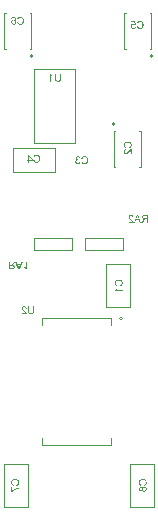
<source format=gbo>
G04*
G04 #@! TF.GenerationSoftware,Altium Limited,Altium Designer,19.1.8 (144)*
G04*
G04 Layer_Color=32896*
%FSLAX44Y44*%
%MOMM*%
G71*
G01*
G75*
G36*
X33152Y19584D02*
X33481Y19546D01*
X33772Y19499D01*
X33913Y19461D01*
X34035Y19433D01*
X34148Y19405D01*
X34252Y19368D01*
X34346Y19339D01*
X34421Y19321D01*
X34477Y19292D01*
X34524Y19283D01*
X34552Y19264D01*
X34562D01*
X34844Y19123D01*
X35097Y18963D01*
X35314Y18794D01*
X35398Y18710D01*
X35483Y18635D01*
X35558Y18559D01*
X35624Y18484D01*
X35680Y18418D01*
X35718Y18362D01*
X35755Y18324D01*
X35784Y18287D01*
X35793Y18268D01*
X35802Y18259D01*
X35878Y18127D01*
X35943Y17995D01*
X36047Y17714D01*
X36122Y17432D01*
X36169Y17159D01*
X36188Y17027D01*
X36207Y16915D01*
X36216Y16811D01*
Y16727D01*
X36225Y16652D01*
Y16548D01*
X36216Y16360D01*
X36197Y16182D01*
X36178Y16013D01*
X36141Y15853D01*
X36094Y15702D01*
X36047Y15561D01*
X36000Y15430D01*
X35943Y15308D01*
X35896Y15204D01*
X35849Y15101D01*
X35802Y15026D01*
X35755Y14950D01*
X35718Y14904D01*
X35699Y14856D01*
X35680Y14838D01*
X35671Y14828D01*
X35558Y14697D01*
X35445Y14584D01*
X35314Y14481D01*
X35182Y14377D01*
X34919Y14208D01*
X34656Y14076D01*
X34534Y14020D01*
X34421Y13973D01*
X34318Y13936D01*
X34233Y13907D01*
X34158Y13879D01*
X34101Y13860D01*
X34064Y13851D01*
X34054D01*
X33838Y14715D01*
X33989Y14753D01*
X34130Y14800D01*
X34261Y14847D01*
X34383Y14894D01*
X34496Y14950D01*
X34590Y15007D01*
X34684Y15073D01*
X34769Y15129D01*
X34844Y15176D01*
X34900Y15232D01*
X34957Y15279D01*
X35003Y15317D01*
X35032Y15355D01*
X35060Y15383D01*
X35069Y15392D01*
X35079Y15402D01*
X35154Y15496D01*
X35210Y15599D01*
X35314Y15806D01*
X35389Y16003D01*
X35436Y16200D01*
X35473Y16370D01*
X35483Y16435D01*
Y16501D01*
X35492Y16558D01*
Y16623D01*
X35483Y16839D01*
X35445Y17046D01*
X35398Y17234D01*
X35342Y17403D01*
X35285Y17535D01*
X35257Y17591D01*
X35238Y17638D01*
X35220Y17676D01*
X35201Y17704D01*
X35192Y17723D01*
Y17732D01*
X35060Y17911D01*
X34919Y18061D01*
X34759Y18193D01*
X34609Y18296D01*
X34477Y18381D01*
X34365Y18437D01*
X34318Y18456D01*
X34289Y18475D01*
X34271Y18484D01*
X34261D01*
X34017Y18559D01*
X33772Y18616D01*
X33528Y18663D01*
X33303Y18691D01*
X33199Y18700D01*
X33105Y18710D01*
X33021D01*
X32955Y18719D01*
X32898D01*
X32851D01*
X32823D01*
X32814D01*
X32569Y18710D01*
X32344Y18691D01*
X32137Y18653D01*
X31949Y18616D01*
X31789Y18587D01*
X31724Y18569D01*
X31667Y18550D01*
X31620Y18541D01*
X31592Y18531D01*
X31573Y18522D01*
X31564D01*
X31348Y18428D01*
X31150Y18324D01*
X30991Y18212D01*
X30850Y18089D01*
X30737Y17986D01*
X30662Y17902D01*
X30615Y17836D01*
X30596Y17826D01*
Y17817D01*
X30474Y17620D01*
X30380Y17403D01*
X30314Y17197D01*
X30276Y16999D01*
X30248Y16821D01*
X30239Y16746D01*
Y16680D01*
X30229Y16633D01*
Y16558D01*
X30239Y16323D01*
X30276Y16106D01*
X30333Y15928D01*
X30389Y15768D01*
X30455Y15646D01*
X30502Y15552D01*
X30540Y15496D01*
X30558Y15477D01*
X30699Y15326D01*
X30859Y15185D01*
X31028Y15073D01*
X31197Y14979D01*
X31348Y14904D01*
X31423Y14875D01*
X31479Y14856D01*
X31526Y14838D01*
X31564Y14819D01*
X31583Y14809D01*
X31592D01*
X31395Y13964D01*
X31226Y14020D01*
X31075Y14076D01*
X30934Y14152D01*
X30793Y14217D01*
X30671Y14293D01*
X30558Y14377D01*
X30445Y14452D01*
X30352Y14528D01*
X30276Y14603D01*
X30201Y14669D01*
X30135Y14734D01*
X30088Y14781D01*
X30041Y14828D01*
X30013Y14866D01*
X30004Y14885D01*
X29994Y14894D01*
X29910Y15026D01*
X29825Y15157D01*
X29760Y15289D01*
X29703Y15430D01*
X29618Y15712D01*
X29562Y15965D01*
X29534Y16088D01*
X29525Y16191D01*
X29515Y16294D01*
X29506Y16379D01*
X29496Y16445D01*
Y16539D01*
X29515Y16849D01*
X29562Y17150D01*
X29618Y17413D01*
X29656Y17535D01*
X29694Y17648D01*
X29731Y17751D01*
X29769Y17845D01*
X29797Y17920D01*
X29825Y17995D01*
X29853Y18042D01*
X29872Y18080D01*
X29882Y18108D01*
X29891Y18118D01*
X30051Y18371D01*
X30239Y18587D01*
X30427Y18776D01*
X30615Y18935D01*
X30784Y19057D01*
X30859Y19104D01*
X30925Y19142D01*
X30972Y19180D01*
X31009Y19198D01*
X31038Y19208D01*
X31047Y19217D01*
X31338Y19349D01*
X31639Y19443D01*
X31940Y19509D01*
X32212Y19555D01*
X32334Y19574D01*
X32457Y19584D01*
X32551Y19593D01*
X32645D01*
X32710Y19603D01*
X32767D01*
X32804D01*
X32814D01*
X33152Y19584D01*
D02*
G37*
G36*
X30464Y9876D02*
X30737Y10101D01*
X31028Y10317D01*
X31310Y10505D01*
X31583Y10684D01*
X31705Y10759D01*
X31818Y10825D01*
X31921Y10891D01*
X32006Y10938D01*
X32081Y10975D01*
X32128Y11003D01*
X32165Y11022D01*
X32175Y11032D01*
X32551Y11220D01*
X32927Y11389D01*
X33284Y11530D01*
X33444Y11586D01*
X33603Y11642D01*
X33744Y11699D01*
X33876Y11736D01*
X33989Y11774D01*
X34083Y11802D01*
X34167Y11830D01*
X34223Y11849D01*
X34261Y11859D01*
X34271D01*
X34656Y11953D01*
X34844Y11990D01*
X35013Y12018D01*
X35173Y12047D01*
X35333Y12075D01*
X35464Y12093D01*
X35596Y12112D01*
X35708Y12122D01*
X35812Y12131D01*
X35906Y12141D01*
X35981D01*
X36037Y12150D01*
X36075D01*
X36103D01*
X36112D01*
Y11332D01*
X35755Y11304D01*
X35426Y11257D01*
X35126Y11210D01*
X34985Y11182D01*
X34853Y11154D01*
X34740Y11135D01*
X34637Y11107D01*
X34543Y11088D01*
X34468Y11069D01*
X34411Y11050D01*
X34365Y11041D01*
X34336Y11032D01*
X34327D01*
X33895Y10891D01*
X33491Y10740D01*
X33293Y10665D01*
X33105Y10590D01*
X32936Y10505D01*
X32767Y10430D01*
X32616Y10364D01*
X32485Y10299D01*
X32372Y10242D01*
X32269Y10195D01*
X32184Y10148D01*
X32128Y10120D01*
X32090Y10101D01*
X32081Y10092D01*
X31883Y9979D01*
X31686Y9866D01*
X31507Y9753D01*
X31338Y9641D01*
X31188Y9537D01*
X31038Y9434D01*
X30906Y9330D01*
X30793Y9246D01*
X30680Y9161D01*
X30587Y9086D01*
X30511Y9011D01*
X30445Y8955D01*
X30389Y8917D01*
X30352Y8879D01*
X30333Y8861D01*
X30323Y8851D01*
X29694D01*
Y13061D01*
X30464D01*
Y9876D01*
D02*
G37*
G36*
X141102Y19584D02*
X141431Y19546D01*
X141722Y19499D01*
X141863Y19461D01*
X141986Y19433D01*
X142098Y19405D01*
X142202Y19368D01*
X142296Y19339D01*
X142371Y19321D01*
X142427Y19292D01*
X142474Y19283D01*
X142502Y19264D01*
X142512D01*
X142794Y19123D01*
X143048Y18963D01*
X143264Y18794D01*
X143348Y18710D01*
X143433Y18635D01*
X143508Y18559D01*
X143574Y18484D01*
X143630Y18418D01*
X143668Y18362D01*
X143705Y18324D01*
X143734Y18287D01*
X143743Y18268D01*
X143752Y18259D01*
X143828Y18127D01*
X143893Y17995D01*
X143997Y17714D01*
X144072Y17432D01*
X144119Y17159D01*
X144138Y17027D01*
X144157Y16915D01*
X144166Y16811D01*
Y16727D01*
X144175Y16652D01*
Y16548D01*
X144166Y16360D01*
X144147Y16182D01*
X144128Y16013D01*
X144091Y15853D01*
X144044Y15702D01*
X143997Y15561D01*
X143950Y15430D01*
X143893Y15308D01*
X143846Y15204D01*
X143799Y15101D01*
X143752Y15026D01*
X143705Y14950D01*
X143668Y14904D01*
X143649Y14856D01*
X143630Y14838D01*
X143621Y14828D01*
X143508Y14697D01*
X143395Y14584D01*
X143264Y14481D01*
X143132Y14377D01*
X142869Y14208D01*
X142606Y14076D01*
X142484Y14020D01*
X142371Y13973D01*
X142268Y13936D01*
X142183Y13907D01*
X142108Y13879D01*
X142051Y13860D01*
X142014Y13851D01*
X142004D01*
X141788Y14715D01*
X141939Y14753D01*
X142079Y14800D01*
X142211Y14847D01*
X142333Y14894D01*
X142446Y14950D01*
X142540Y15007D01*
X142634Y15073D01*
X142719Y15129D01*
X142794Y15176D01*
X142850Y15232D01*
X142907Y15279D01*
X142954Y15317D01*
X142982Y15355D01*
X143010Y15383D01*
X143019Y15392D01*
X143029Y15402D01*
X143104Y15496D01*
X143160Y15599D01*
X143264Y15806D01*
X143339Y16003D01*
X143386Y16200D01*
X143423Y16370D01*
X143433Y16435D01*
Y16501D01*
X143442Y16558D01*
Y16623D01*
X143433Y16839D01*
X143395Y17046D01*
X143348Y17234D01*
X143292Y17403D01*
X143236Y17535D01*
X143207Y17591D01*
X143188Y17638D01*
X143170Y17676D01*
X143151Y17704D01*
X143141Y17723D01*
Y17732D01*
X143010Y17911D01*
X142869Y18061D01*
X142709Y18193D01*
X142559Y18296D01*
X142427Y18381D01*
X142315Y18437D01*
X142268Y18456D01*
X142239Y18475D01*
X142220Y18484D01*
X142211D01*
X141967Y18559D01*
X141722Y18616D01*
X141478Y18663D01*
X141252Y18691D01*
X141149Y18700D01*
X141055Y18710D01*
X140971D01*
X140905Y18719D01*
X140848D01*
X140801D01*
X140773D01*
X140764D01*
X140520Y18710D01*
X140294Y18691D01*
X140087Y18653D01*
X139899Y18616D01*
X139739Y18587D01*
X139674Y18569D01*
X139617Y18550D01*
X139570Y18541D01*
X139542Y18531D01*
X139523Y18522D01*
X139514D01*
X139298Y18428D01*
X139100Y18324D01*
X138941Y18212D01*
X138800Y18089D01*
X138687Y17986D01*
X138612Y17902D01*
X138565Y17836D01*
X138546Y17826D01*
Y17817D01*
X138424Y17620D01*
X138330Y17403D01*
X138264Y17197D01*
X138226Y16999D01*
X138198Y16821D01*
X138189Y16746D01*
Y16680D01*
X138179Y16633D01*
Y16558D01*
X138189Y16323D01*
X138226Y16106D01*
X138283Y15928D01*
X138339Y15768D01*
X138405Y15646D01*
X138452Y15552D01*
X138490Y15496D01*
X138508Y15477D01*
X138649Y15326D01*
X138809Y15185D01*
X138978Y15073D01*
X139147Y14979D01*
X139298Y14904D01*
X139373Y14875D01*
X139429Y14856D01*
X139476Y14838D01*
X139514Y14819D01*
X139533Y14809D01*
X139542D01*
X139345Y13964D01*
X139176Y14020D01*
X139025Y14076D01*
X138884Y14152D01*
X138743Y14217D01*
X138621Y14293D01*
X138508Y14377D01*
X138396Y14452D01*
X138301Y14528D01*
X138226Y14603D01*
X138151Y14669D01*
X138085Y14734D01*
X138038Y14781D01*
X137991Y14828D01*
X137963Y14866D01*
X137954Y14885D01*
X137944Y14894D01*
X137860Y15026D01*
X137775Y15157D01*
X137710Y15289D01*
X137653Y15430D01*
X137569Y15712D01*
X137512Y15965D01*
X137484Y16088D01*
X137474Y16191D01*
X137465Y16294D01*
X137456Y16379D01*
X137446Y16445D01*
Y16539D01*
X137465Y16849D01*
X137512Y17150D01*
X137569Y17413D01*
X137606Y17535D01*
X137644Y17648D01*
X137681Y17751D01*
X137719Y17845D01*
X137747Y17920D01*
X137775Y17995D01*
X137803Y18042D01*
X137822Y18080D01*
X137832Y18108D01*
X137841Y18118D01*
X138001Y18371D01*
X138189Y18587D01*
X138377Y18776D01*
X138565Y18935D01*
X138734Y19057D01*
X138809Y19104D01*
X138875Y19142D01*
X138922Y19180D01*
X138959Y19198D01*
X138988Y19208D01*
X138997Y19217D01*
X139288Y19349D01*
X139589Y19443D01*
X139890Y19509D01*
X140162Y19555D01*
X140285Y19574D01*
X140407Y19584D01*
X140501Y19593D01*
X140595D01*
X140660Y19603D01*
X140717D01*
X140754D01*
X140764D01*
X141102Y19584D01*
D02*
G37*
G36*
X142343Y13118D02*
X142493Y13099D01*
X142634Y13071D01*
X142775Y13033D01*
X143010Y12939D01*
X143123Y12892D01*
X143217Y12836D01*
X143311Y12780D01*
X143386Y12733D01*
X143452Y12676D01*
X143508Y12639D01*
X143555Y12601D01*
X143583Y12573D01*
X143602Y12554D01*
X143611Y12545D01*
X143715Y12432D01*
X143799Y12310D01*
X143875Y12178D01*
X143940Y12047D01*
X143987Y11924D01*
X144034Y11793D01*
X144100Y11539D01*
X144128Y11426D01*
X144147Y11323D01*
X144157Y11229D01*
X144166Y11144D01*
X144175Y11078D01*
Y10984D01*
X144166Y10806D01*
X144147Y10646D01*
X144119Y10486D01*
X144091Y10336D01*
X144044Y10204D01*
X143997Y10073D01*
X143950Y9951D01*
X143893Y9847D01*
X143837Y9753D01*
X143790Y9669D01*
X143743Y9603D01*
X143696Y9537D01*
X143668Y9490D01*
X143640Y9462D01*
X143621Y9443D01*
X143611Y9434D01*
X143499Y9330D01*
X143386Y9237D01*
X143273Y9161D01*
X143151Y9096D01*
X143038Y9030D01*
X142916Y8983D01*
X142700Y8917D01*
X142596Y8889D01*
X142502Y8870D01*
X142418Y8861D01*
X142352Y8851D01*
X142296Y8842D01*
X142249D01*
X142220D01*
X142211D01*
X141995Y8851D01*
X141798Y8889D01*
X141619Y8945D01*
X141469Y9002D01*
X141347Y9058D01*
X141252Y9114D01*
X141196Y9152D01*
X141187Y9161D01*
X141177D01*
X141027Y9293D01*
X140895Y9434D01*
X140792Y9584D01*
X140698Y9725D01*
X140632Y9857D01*
X140585Y9970D01*
X140566Y10007D01*
X140557Y10035D01*
X140548Y10054D01*
Y10064D01*
X140472Y9894D01*
X140388Y9753D01*
X140303Y9631D01*
X140219Y9528D01*
X140143Y9453D01*
X140087Y9396D01*
X140050Y9359D01*
X140031Y9349D01*
X139899Y9265D01*
X139768Y9208D01*
X139636Y9161D01*
X139504Y9133D01*
X139401Y9114D01*
X139317Y9105D01*
X139260D01*
X139251D01*
X139241D01*
X139110Y9114D01*
X138988Y9124D01*
X138753Y9190D01*
X138546Y9274D01*
X138367Y9368D01*
X138226Y9462D01*
X138170Y9509D01*
X138114Y9547D01*
X138076Y9584D01*
X138048Y9612D01*
X138038Y9622D01*
X138029Y9631D01*
X137944Y9735D01*
X137860Y9838D01*
X137794Y9951D01*
X137738Y10064D01*
X137653Y10289D01*
X137597Y10515D01*
X137569Y10609D01*
X137559Y10703D01*
X137550Y10787D01*
X137540Y10862D01*
X137531Y10919D01*
Y11003D01*
X137540Y11154D01*
X137550Y11304D01*
X137606Y11567D01*
X137644Y11689D01*
X137681Y11802D01*
X137728Y11905D01*
X137775Y11999D01*
X137822Y12075D01*
X137869Y12150D01*
X137907Y12216D01*
X137944Y12263D01*
X137973Y12300D01*
X138001Y12328D01*
X138010Y12347D01*
X138020Y12357D01*
X138114Y12441D01*
X138208Y12526D01*
X138311Y12592D01*
X138414Y12648D01*
X138612Y12742D01*
X138800Y12798D01*
X138959Y12836D01*
X139035Y12845D01*
X139091Y12855D01*
X139147Y12864D01*
X139185D01*
X139204D01*
X139213D01*
X139382Y12855D01*
X139542Y12826D01*
X139683Y12789D01*
X139805Y12742D01*
X139899Y12704D01*
X139974Y12667D01*
X140012Y12639D01*
X140031Y12629D01*
X140143Y12526D01*
X140247Y12413D01*
X140341Y12291D01*
X140416Y12169D01*
X140472Y12056D01*
X140510Y11971D01*
X140529Y11934D01*
X140538Y11905D01*
X140548Y11896D01*
Y11887D01*
X140613Y12103D01*
X140698Y12282D01*
X140801Y12441D01*
X140895Y12573D01*
X140989Y12676D01*
X141065Y12751D01*
X141111Y12789D01*
X141121Y12808D01*
X141130D01*
X141299Y12911D01*
X141478Y12996D01*
X141647Y13052D01*
X141816Y13090D01*
X141967Y13109D01*
X142032Y13118D01*
X142089D01*
X142127Y13127D01*
X142164D01*
X142183D01*
X142192D01*
X142343Y13118D01*
D02*
G37*
G36*
X40608Y165825D02*
X40768Y165815D01*
X40918Y165787D01*
X41059Y165759D01*
X41191Y165721D01*
X41313Y165684D01*
X41426Y165637D01*
X41529Y165590D01*
X41623Y165543D01*
X41698Y165496D01*
X41764Y165458D01*
X41820Y165421D01*
X41867Y165392D01*
X41896Y165364D01*
X41914Y165355D01*
X41924Y165345D01*
X42018Y165251D01*
X42102Y165148D01*
X42187Y165035D01*
X42253Y164923D01*
X42365Y164697D01*
X42441Y164471D01*
X42469Y164368D01*
X42497Y164265D01*
X42516Y164180D01*
X42535Y164105D01*
X42544Y164039D01*
Y163992D01*
X42553Y163964D01*
Y163955D01*
X41736Y163870D01*
X41717Y164086D01*
X41679Y164274D01*
X41623Y164443D01*
X41557Y164575D01*
X41501Y164688D01*
X41445Y164763D01*
X41407Y164810D01*
X41388Y164828D01*
X41247Y164941D01*
X41097Y165026D01*
X40937Y165092D01*
X40796Y165129D01*
X40664Y165158D01*
X40552Y165167D01*
X40514Y165176D01*
X40458D01*
X40260Y165167D01*
X40082Y165129D01*
X39931Y165073D01*
X39800Y165016D01*
X39696Y164951D01*
X39631Y164904D01*
X39584Y164866D01*
X39565Y164847D01*
X39452Y164716D01*
X39367Y164584D01*
X39302Y164453D01*
X39264Y164321D01*
X39236Y164218D01*
X39227Y164124D01*
X39217Y164067D01*
Y164058D01*
Y164049D01*
X39236Y163879D01*
X39274Y163701D01*
X39339Y163541D01*
X39405Y163391D01*
X39480Y163269D01*
X39546Y163165D01*
X39565Y163127D01*
X39584Y163099D01*
X39602Y163090D01*
Y163081D01*
X39678Y162977D01*
X39772Y162874D01*
X39875Y162761D01*
X39988Y162648D01*
X40223Y162423D01*
X40458Y162197D01*
X40580Y162094D01*
X40683Y162000D01*
X40787Y161915D01*
X40871Y161840D01*
X40937Y161784D01*
X40993Y161737D01*
X41031Y161708D01*
X41040Y161699D01*
X41275Y161502D01*
X41491Y161314D01*
X41670Y161145D01*
X41811Y161003D01*
X41933Y160881D01*
X42018Y160797D01*
X42065Y160740D01*
X42084Y160731D01*
Y160722D01*
X42215Y160562D01*
X42319Y160411D01*
X42413Y160261D01*
X42488Y160130D01*
X42544Y160017D01*
X42582Y159932D01*
X42600Y159876D01*
X42610Y159866D01*
Y159857D01*
X42647Y159754D01*
X42666Y159660D01*
X42685Y159566D01*
X42694Y159481D01*
X42704Y159406D01*
Y159349D01*
Y159312D01*
Y159303D01*
X38390D01*
Y160073D01*
X41595D01*
X41482Y160233D01*
X41426Y160299D01*
X41379Y160364D01*
X41332Y160421D01*
X41294Y160459D01*
X41266Y160487D01*
X41256Y160496D01*
X41210Y160543D01*
X41153Y160590D01*
X41022Y160712D01*
X40871Y160853D01*
X40711Y160994D01*
X40561Y161116D01*
X40495Y161173D01*
X40439Y161229D01*
X40392Y161267D01*
X40354Y161295D01*
X40335Y161314D01*
X40326Y161323D01*
X40176Y161455D01*
X40025Y161577D01*
X39894Y161699D01*
X39772Y161802D01*
X39659Y161906D01*
X39565Y162000D01*
X39471Y162084D01*
X39396Y162160D01*
X39320Y162235D01*
X39264Y162291D01*
X39217Y162338D01*
X39170Y162385D01*
X39123Y162441D01*
X39104Y162460D01*
X38973Y162620D01*
X38860Y162761D01*
X38766Y162902D01*
X38691Y163015D01*
X38635Y163118D01*
X38597Y163193D01*
X38578Y163240D01*
X38569Y163259D01*
X38512Y163400D01*
X38475Y163541D01*
X38437Y163673D01*
X38418Y163785D01*
X38409Y163889D01*
X38400Y163964D01*
Y164011D01*
Y164030D01*
X38409Y164171D01*
X38428Y164302D01*
X38447Y164434D01*
X38484Y164547D01*
X38578Y164772D01*
X38672Y164951D01*
X38728Y165035D01*
X38775Y165101D01*
X38822Y165167D01*
X38869Y165214D01*
X38907Y165251D01*
X38926Y165289D01*
X38945Y165298D01*
X38954Y165308D01*
X39057Y165402D01*
X39170Y165486D01*
X39292Y165552D01*
X39415Y165609D01*
X39659Y165702D01*
X39903Y165768D01*
X40007Y165787D01*
X40110Y165806D01*
X40204Y165815D01*
X40279Y165825D01*
X40345Y165834D01*
X40439D01*
X40608Y165825D01*
D02*
G37*
G36*
X48812Y162047D02*
Y161859D01*
X48803Y161680D01*
X48794Y161511D01*
X48775Y161351D01*
X48756Y161210D01*
X48737Y161079D01*
X48709Y160956D01*
X48690Y160844D01*
X48671Y160740D01*
X48643Y160656D01*
X48625Y160581D01*
X48606Y160524D01*
X48587Y160477D01*
X48578Y160440D01*
X48568Y160421D01*
Y160411D01*
X48465Y160205D01*
X48333Y160017D01*
X48202Y159866D01*
X48061Y159735D01*
X47938Y159631D01*
X47835Y159556D01*
X47797Y159537D01*
X47769Y159519D01*
X47751Y159500D01*
X47741D01*
X47506Y159396D01*
X47262Y159321D01*
X47008Y159265D01*
X46773Y159227D01*
X46670Y159218D01*
X46566Y159208D01*
X46472Y159199D01*
X46397D01*
X46331Y159190D01*
X46247D01*
X45908Y159208D01*
X45758Y159227D01*
X45617Y159246D01*
X45476Y159274D01*
X45354Y159303D01*
X45241Y159331D01*
X45138Y159368D01*
X45044Y159406D01*
X44969Y159434D01*
X44893Y159462D01*
X44837Y159490D01*
X44790Y159519D01*
X44762Y159528D01*
X44743Y159547D01*
X44734D01*
X44527Y159688D01*
X44358Y159848D01*
X44226Y159998D01*
X44113Y160148D01*
X44029Y160280D01*
X43973Y160383D01*
X43954Y160421D01*
X43935Y160449D01*
X43925Y160468D01*
Y160477D01*
X43888Y160590D01*
X43850Y160712D01*
X43794Y160966D01*
X43756Y161229D01*
X43728Y161483D01*
X43719Y161596D01*
X43709Y161708D01*
Y161802D01*
X43700Y161887D01*
Y161953D01*
Y162000D01*
Y162037D01*
Y162047D01*
Y165806D01*
X44565D01*
Y162047D01*
Y161831D01*
X44583Y161624D01*
X44602Y161445D01*
X44630Y161276D01*
X44659Y161126D01*
X44696Y160985D01*
X44724Y160863D01*
X44762Y160759D01*
X44800Y160675D01*
X44837Y160590D01*
X44875Y160534D01*
X44903Y160477D01*
X44931Y160440D01*
X44950Y160411D01*
X44959Y160402D01*
X44969Y160393D01*
X45053Y160317D01*
X45147Y160252D01*
X45354Y160148D01*
X45570Y160073D01*
X45796Y160026D01*
X46002Y159989D01*
X46087Y159979D01*
X46172D01*
X46228Y159970D01*
X46322D01*
X46519Y159979D01*
X46698Y160007D01*
X46867Y160035D01*
X46999Y160082D01*
X47112Y160120D01*
X47196Y160148D01*
X47243Y160177D01*
X47262Y160186D01*
X47393Y160271D01*
X47506Y160374D01*
X47600Y160477D01*
X47666Y160571D01*
X47722Y160665D01*
X47769Y160731D01*
X47788Y160778D01*
X47797Y160797D01*
X47826Y160881D01*
X47845Y160966D01*
X47882Y161163D01*
X47910Y161370D01*
X47929Y161577D01*
X47938Y161755D01*
Y161840D01*
X47948Y161906D01*
Y161962D01*
Y162009D01*
Y162037D01*
Y162047D01*
Y165806D01*
X48812D01*
Y162047D01*
D02*
G37*
G36*
X131066Y243295D02*
X131226Y243285D01*
X131376Y243257D01*
X131517Y243229D01*
X131649Y243191D01*
X131771Y243154D01*
X131884Y243107D01*
X131987Y243060D01*
X132081Y243013D01*
X132156Y242966D01*
X132222Y242928D01*
X132279Y242891D01*
X132326Y242862D01*
X132354Y242834D01*
X132373Y242825D01*
X132382Y242815D01*
X132476Y242721D01*
X132561Y242618D01*
X132645Y242505D01*
X132711Y242393D01*
X132824Y242167D01*
X132899Y241941D01*
X132927Y241838D01*
X132955Y241735D01*
X132974Y241650D01*
X132993Y241575D01*
X133002Y241509D01*
Y241462D01*
X133012Y241434D01*
Y241425D01*
X132194Y241340D01*
X132175Y241556D01*
X132138Y241744D01*
X132081Y241913D01*
X132015Y242045D01*
X131959Y242158D01*
X131903Y242233D01*
X131865Y242280D01*
X131846Y242299D01*
X131705Y242411D01*
X131555Y242496D01*
X131395Y242562D01*
X131254Y242599D01*
X131123Y242628D01*
X131010Y242637D01*
X130972Y242646D01*
X130916D01*
X130719Y242637D01*
X130540Y242599D01*
X130390Y242543D01*
X130258Y242486D01*
X130155Y242421D01*
X130089Y242374D01*
X130042Y242336D01*
X130023Y242317D01*
X129910Y242186D01*
X129826Y242054D01*
X129760Y241923D01*
X129722Y241791D01*
X129694Y241688D01*
X129685Y241594D01*
X129675Y241537D01*
Y241528D01*
Y241518D01*
X129694Y241349D01*
X129732Y241171D01*
X129798Y241011D01*
X129863Y240861D01*
X129939Y240739D01*
X130004Y240635D01*
X130023Y240597D01*
X130042Y240569D01*
X130061Y240560D01*
Y240550D01*
X130136Y240447D01*
X130230Y240344D01*
X130333Y240231D01*
X130446Y240118D01*
X130681Y239893D01*
X130916Y239667D01*
X131038Y239564D01*
X131142Y239470D01*
X131245Y239385D01*
X131329Y239310D01*
X131395Y239254D01*
X131452Y239207D01*
X131489Y239178D01*
X131499Y239169D01*
X131734Y238972D01*
X131950Y238784D01*
X132128Y238615D01*
X132269Y238473D01*
X132392Y238351D01*
X132476Y238267D01*
X132523Y238210D01*
X132542Y238201D01*
Y238192D01*
X132673Y238032D01*
X132777Y237882D01*
X132871Y237731D01*
X132946Y237600D01*
X133002Y237487D01*
X133040Y237402D01*
X133059Y237346D01*
X133068Y237336D01*
Y237327D01*
X133106Y237224D01*
X133125Y237130D01*
X133143Y237036D01*
X133153Y236951D01*
X133162Y236876D01*
Y236819D01*
Y236782D01*
Y236772D01*
X128848D01*
Y237543D01*
X132053D01*
X131940Y237703D01*
X131884Y237769D01*
X131837Y237834D01*
X131790Y237891D01*
X131752Y237929D01*
X131724Y237957D01*
X131715Y237966D01*
X131668Y238013D01*
X131611Y238060D01*
X131480Y238182D01*
X131329Y238323D01*
X131170Y238464D01*
X131019Y238586D01*
X130954Y238643D01*
X130897Y238699D01*
X130850Y238737D01*
X130813Y238765D01*
X130794Y238784D01*
X130784Y238793D01*
X130634Y238925D01*
X130484Y239047D01*
X130352Y239169D01*
X130230Y239272D01*
X130117Y239376D01*
X130023Y239470D01*
X129929Y239554D01*
X129854Y239629D01*
X129779Y239705D01*
X129722Y239761D01*
X129675Y239808D01*
X129628Y239855D01*
X129581Y239911D01*
X129563Y239930D01*
X129431Y240090D01*
X129318Y240231D01*
X129224Y240372D01*
X129149Y240485D01*
X129093Y240588D01*
X129055Y240663D01*
X129036Y240710D01*
X129027Y240729D01*
X128971Y240870D01*
X128933Y241011D01*
X128895Y241143D01*
X128877Y241255D01*
X128867Y241359D01*
X128858Y241434D01*
Y241481D01*
Y241500D01*
X128867Y241641D01*
X128886Y241772D01*
X128905Y241904D01*
X128942Y242017D01*
X129036Y242242D01*
X129130Y242421D01*
X129187Y242505D01*
X129234Y242571D01*
X129281Y242637D01*
X129328Y242684D01*
X129365Y242721D01*
X129384Y242759D01*
X129403Y242768D01*
X129412Y242778D01*
X129516Y242872D01*
X129628Y242956D01*
X129751Y243022D01*
X129873Y243079D01*
X130117Y243172D01*
X130361Y243238D01*
X130465Y243257D01*
X130568Y243276D01*
X130662Y243285D01*
X130737Y243295D01*
X130803Y243304D01*
X130897D01*
X131066Y243295D01*
D02*
G37*
G36*
X145332Y236772D02*
X144468D01*
Y239658D01*
X143359D01*
X143256Y239648D01*
X143180D01*
X143115Y239639D01*
X143068Y239629D01*
X143030D01*
X143011Y239620D01*
X143002D01*
X142851Y239573D01*
X142786Y239545D01*
X142729Y239517D01*
X142673Y239489D01*
X142635Y239470D01*
X142617Y239460D01*
X142607Y239451D01*
X142532Y239394D01*
X142457Y239329D01*
X142316Y239188D01*
X142250Y239122D01*
X142203Y239066D01*
X142175Y239028D01*
X142165Y239019D01*
X142071Y238887D01*
X141968Y238746D01*
X141865Y238596D01*
X141761Y238455D01*
X141677Y238323D01*
X141611Y238220D01*
X141583Y238182D01*
X141564Y238154D01*
X141545Y238135D01*
Y238126D01*
X140690Y236772D01*
X139619D01*
X140737Y238539D01*
X140869Y238727D01*
X140991Y238896D01*
X141113Y239037D01*
X141216Y239169D01*
X141310Y239263D01*
X141385Y239338D01*
X141432Y239385D01*
X141451Y239404D01*
X141526Y239460D01*
X141611Y239526D01*
X141780Y239629D01*
X141855Y239667D01*
X141912Y239705D01*
X141949Y239723D01*
X141968Y239733D01*
X141799Y239761D01*
X141639Y239789D01*
X141498Y239836D01*
X141357Y239874D01*
X141235Y239921D01*
X141122Y239977D01*
X141019Y240024D01*
X140925Y240071D01*
X140850Y240128D01*
X140774Y240175D01*
X140718Y240212D01*
X140671Y240250D01*
X140633Y240278D01*
X140605Y240306D01*
X140596Y240315D01*
X140587Y240325D01*
X140511Y240419D01*
X140436Y240513D01*
X140323Y240710D01*
X140248Y240908D01*
X140192Y241096D01*
X140154Y241255D01*
X140145Y241321D01*
Y241387D01*
X140135Y241434D01*
Y241472D01*
Y241490D01*
Y241500D01*
X140145Y241697D01*
X140173Y241876D01*
X140220Y242045D01*
X140267Y242186D01*
X140323Y242308D01*
X140361Y242402D01*
X140399Y242458D01*
X140408Y242468D01*
Y242477D01*
X140521Y242628D01*
X140633Y242759D01*
X140756Y242872D01*
X140869Y242956D01*
X140972Y243022D01*
X141056Y243060D01*
X141113Y243088D01*
X141122Y243097D01*
X141132D01*
X141216Y243125D01*
X141320Y243154D01*
X141526Y243201D01*
X141752Y243229D01*
X141959Y243257D01*
X142156Y243267D01*
X142241D01*
X142316Y243276D01*
X145332D01*
Y236772D01*
D02*
G37*
G36*
X139496D02*
X138585D01*
X137880Y238746D01*
X135154D01*
X134393Y236772D01*
X133416D01*
X136075Y243276D01*
X137015D01*
X139496Y236772D01*
D02*
G37*
G36*
X36479Y197249D02*
X35540D01*
X33059Y203752D01*
X33970D01*
X34675Y201779D01*
X37401D01*
X38162Y203752D01*
X39139D01*
X36479Y197249D01*
D02*
G37*
G36*
X31818Y201986D02*
X31687Y201798D01*
X31564Y201629D01*
X31442Y201488D01*
X31339Y201356D01*
X31245Y201262D01*
X31170Y201187D01*
X31123Y201140D01*
X31104Y201121D01*
X31029Y201065D01*
X30944Y200999D01*
X30775Y200896D01*
X30700Y200858D01*
X30643Y200820D01*
X30606Y200802D01*
X30587Y200792D01*
X30756Y200764D01*
X30916Y200736D01*
X31057Y200689D01*
X31198Y200651D01*
X31320Y200604D01*
X31433Y200548D01*
X31536Y200501D01*
X31630Y200454D01*
X31705Y200397D01*
X31781Y200350D01*
X31837Y200313D01*
X31884Y200275D01*
X31922Y200247D01*
X31950Y200219D01*
X31959Y200210D01*
X31969Y200200D01*
X32044Y200106D01*
X32119Y200012D01*
X32232Y199815D01*
X32307Y199617D01*
X32363Y199429D01*
X32401Y199270D01*
X32410Y199204D01*
Y199138D01*
X32420Y199091D01*
Y199053D01*
Y199035D01*
Y199025D01*
X32410Y198828D01*
X32382Y198649D01*
X32335Y198480D01*
X32288Y198339D01*
X32232Y198217D01*
X32194Y198123D01*
X32157Y198067D01*
X32147Y198057D01*
Y198048D01*
X32034Y197897D01*
X31922Y197766D01*
X31799Y197653D01*
X31687Y197569D01*
X31583Y197503D01*
X31499Y197465D01*
X31442Y197437D01*
X31433Y197428D01*
X31423D01*
X31339Y197400D01*
X31235Y197371D01*
X31029Y197324D01*
X30803Y197296D01*
X30596Y197268D01*
X30399Y197258D01*
X30314D01*
X30239Y197249D01*
X27222D01*
Y203752D01*
X28087D01*
Y200867D01*
X29196D01*
X29299Y200877D01*
X29375D01*
X29440Y200886D01*
X29487Y200896D01*
X29525D01*
X29544Y200905D01*
X29553D01*
X29704Y200952D01*
X29769Y200980D01*
X29826Y201008D01*
X29882Y201036D01*
X29920Y201055D01*
X29938Y201065D01*
X29948Y201074D01*
X30023Y201131D01*
X30098Y201196D01*
X30239Y201337D01*
X30305Y201403D01*
X30352Y201459D01*
X30380Y201497D01*
X30390Y201506D01*
X30484Y201638D01*
X30587Y201779D01*
X30690Y201929D01*
X30794Y202070D01*
X30878Y202202D01*
X30944Y202305D01*
X30972Y202343D01*
X30991Y202371D01*
X31010Y202390D01*
Y202399D01*
X31865Y203752D01*
X32936D01*
X31818Y201986D01*
D02*
G37*
G36*
X42513Y197221D02*
X41996D01*
X41902Y197381D01*
X41799Y197531D01*
X41677Y197681D01*
X41564Y197813D01*
X41451Y197926D01*
X41367Y198020D01*
X41329Y198048D01*
X41301Y198076D01*
X41291Y198085D01*
X41282Y198095D01*
X41085Y198255D01*
X40887Y198405D01*
X40699Y198537D01*
X40511Y198640D01*
X40352Y198734D01*
X40286Y198772D01*
X40229Y198800D01*
X40182Y198828D01*
X40145Y198837D01*
X40126Y198856D01*
X40117D01*
Y199627D01*
X40258Y199570D01*
X40399Y199505D01*
X40539Y199439D01*
X40671Y199373D01*
X40784Y199317D01*
X40878Y199270D01*
X40934Y199232D01*
X40944Y199223D01*
X40953D01*
X41122Y199119D01*
X41273Y199016D01*
X41404Y198922D01*
X41508Y198837D01*
X41601Y198772D01*
X41658Y198715D01*
X41705Y198678D01*
X41714Y198668D01*
Y203752D01*
X42513D01*
Y197221D01*
D02*
G37*
G36*
X51139Y294170D02*
X51440Y294123D01*
X51703Y294067D01*
X51825Y294029D01*
X51938Y293991D01*
X52041Y293954D01*
X52135Y293916D01*
X52210Y293888D01*
X52285Y293860D01*
X52332Y293832D01*
X52370Y293813D01*
X52398Y293803D01*
X52408Y293794D01*
X52661Y293634D01*
X52877Y293446D01*
X53066Y293258D01*
X53225Y293070D01*
X53347Y292901D01*
X53394Y292826D01*
X53432Y292760D01*
X53470Y292713D01*
X53488Y292676D01*
X53498Y292647D01*
X53507Y292638D01*
X53639Y292347D01*
X53733Y292046D01*
X53798Y291745D01*
X53846Y291473D01*
X53864Y291350D01*
X53874Y291228D01*
X53883Y291134D01*
Y291040D01*
X53892Y290975D01*
Y290918D01*
Y290881D01*
Y290871D01*
X53874Y290533D01*
X53836Y290204D01*
X53789Y289913D01*
X53752Y289772D01*
X53723Y289650D01*
X53695Y289537D01*
X53658Y289433D01*
X53629Y289339D01*
X53611Y289264D01*
X53582Y289208D01*
X53573Y289161D01*
X53554Y289133D01*
Y289123D01*
X53413Y288841D01*
X53253Y288587D01*
X53084Y288371D01*
X53000Y288287D01*
X52924Y288202D01*
X52849Y288127D01*
X52774Y288061D01*
X52708Y288005D01*
X52652Y287967D01*
X52614Y287930D01*
X52577Y287901D01*
X52558Y287892D01*
X52549Y287883D01*
X52417Y287808D01*
X52285Y287742D01*
X52003Y287638D01*
X51722Y287563D01*
X51449Y287516D01*
X51317Y287497D01*
X51205Y287479D01*
X51101Y287469D01*
X51017D01*
X50942Y287460D01*
X50838D01*
X50650Y287469D01*
X50472Y287488D01*
X50303Y287507D01*
X50143Y287544D01*
X49992Y287591D01*
X49851Y287638D01*
X49720Y287685D01*
X49598Y287742D01*
X49494Y287789D01*
X49391Y287836D01*
X49316Y287883D01*
X49240Y287930D01*
X49194Y287967D01*
X49146Y287986D01*
X49128Y288005D01*
X49118Y288014D01*
X48987Y288127D01*
X48874Y288240D01*
X48771Y288371D01*
X48667Y288503D01*
X48498Y288766D01*
X48366Y289029D01*
X48310Y289151D01*
X48263Y289264D01*
X48225Y289368D01*
X48197Y289452D01*
X48169Y289527D01*
X48150Y289584D01*
X48141Y289621D01*
Y289631D01*
X49005Y289847D01*
X49043Y289696D01*
X49090Y289555D01*
X49137Y289424D01*
X49184Y289302D01*
X49240Y289189D01*
X49297Y289095D01*
X49363Y289001D01*
X49419Y288916D01*
X49466Y288841D01*
X49522Y288785D01*
X49569Y288729D01*
X49607Y288682D01*
X49645Y288653D01*
X49673Y288625D01*
X49682Y288616D01*
X49692Y288606D01*
X49786Y288531D01*
X49889Y288475D01*
X50096Y288371D01*
X50293Y288296D01*
X50490Y288249D01*
X50660Y288212D01*
X50725Y288202D01*
X50791D01*
X50848Y288193D01*
X50913D01*
X51129Y288202D01*
X51336Y288240D01*
X51524Y288287D01*
X51693Y288343D01*
X51825Y288400D01*
X51881Y288428D01*
X51928Y288447D01*
X51966Y288465D01*
X51994Y288484D01*
X52013Y288493D01*
X52022D01*
X52201Y288625D01*
X52351Y288766D01*
X52483Y288926D01*
X52586Y289076D01*
X52671Y289208D01*
X52727Y289321D01*
X52746Y289368D01*
X52765Y289396D01*
X52774Y289415D01*
Y289424D01*
X52849Y289668D01*
X52906Y289913D01*
X52953Y290157D01*
X52981Y290382D01*
X52990Y290486D01*
X53000Y290580D01*
Y290664D01*
X53009Y290730D01*
Y290787D01*
Y290834D01*
Y290862D01*
Y290871D01*
X53000Y291115D01*
X52981Y291341D01*
X52943Y291548D01*
X52906Y291736D01*
X52877Y291896D01*
X52859Y291961D01*
X52840Y292018D01*
X52831Y292065D01*
X52821Y292093D01*
X52812Y292112D01*
Y292121D01*
X52718Y292337D01*
X52614Y292535D01*
X52502Y292694D01*
X52379Y292835D01*
X52276Y292948D01*
X52192Y293023D01*
X52126Y293070D01*
X52116Y293089D01*
X52107D01*
X51909Y293211D01*
X51693Y293305D01*
X51487Y293371D01*
X51289Y293409D01*
X51111Y293437D01*
X51035Y293446D01*
X50970D01*
X50923Y293456D01*
X50848D01*
X50613Y293446D01*
X50396Y293409D01*
X50218Y293352D01*
X50058Y293296D01*
X49936Y293230D01*
X49842Y293183D01*
X49786Y293146D01*
X49767Y293127D01*
X49616Y292986D01*
X49475Y292826D01*
X49363Y292657D01*
X49269Y292488D01*
X49194Y292337D01*
X49165Y292262D01*
X49146Y292206D01*
X49128Y292159D01*
X49109Y292121D01*
X49099Y292102D01*
Y292093D01*
X48254Y292290D01*
X48310Y292460D01*
X48366Y292610D01*
X48442Y292751D01*
X48507Y292892D01*
X48583Y293014D01*
X48667Y293127D01*
X48742Y293239D01*
X48818Y293333D01*
X48893Y293409D01*
X48959Y293484D01*
X49024Y293550D01*
X49071Y293597D01*
X49118Y293644D01*
X49156Y293672D01*
X49175Y293681D01*
X49184Y293691D01*
X49316Y293775D01*
X49447Y293860D01*
X49579Y293925D01*
X49720Y293982D01*
X50002Y294067D01*
X50255Y294123D01*
X50378Y294151D01*
X50481Y294160D01*
X50584Y294170D01*
X50669Y294179D01*
X50735Y294189D01*
X50829D01*
X51139Y294170D01*
D02*
G37*
G36*
X47680Y289866D02*
Y289133D01*
X44852D01*
Y287572D01*
X44053D01*
Y289133D01*
X43169D01*
Y289866D01*
X44053D01*
Y294076D01*
X44701D01*
X47680Y289866D01*
D02*
G37*
G36*
X63054Y362524D02*
X63158Y362374D01*
X63280Y362224D01*
X63393Y362092D01*
X63506Y361979D01*
X63590Y361885D01*
X63628Y361857D01*
X63656Y361829D01*
X63665Y361819D01*
X63675Y361810D01*
X63872Y361650D01*
X64069Y361500D01*
X64257Y361368D01*
X64445Y361265D01*
X64605Y361171D01*
X64671Y361133D01*
X64727Y361105D01*
X64774Y361077D01*
X64812Y361068D01*
X64831Y361049D01*
X64840D01*
Y360278D01*
X64699Y360335D01*
X64558Y360400D01*
X64417Y360466D01*
X64286Y360532D01*
X64173Y360588D01*
X64079Y360635D01*
X64022Y360673D01*
X64013Y360682D01*
X64004D01*
X63835Y360786D01*
X63684Y360889D01*
X63553Y360983D01*
X63449Y361068D01*
X63355Y361133D01*
X63299Y361190D01*
X63252Y361227D01*
X63243Y361237D01*
Y356152D01*
X62444D01*
Y362684D01*
X62961D01*
X63054Y362524D01*
D02*
G37*
G36*
X71673Y358897D02*
Y358709D01*
X71663Y358530D01*
X71654Y358361D01*
X71635Y358201D01*
X71616Y358060D01*
X71597Y357929D01*
X71569Y357807D01*
X71550Y357694D01*
X71532Y357590D01*
X71503Y357506D01*
X71484Y357431D01*
X71466Y357374D01*
X71447Y357327D01*
X71438Y357290D01*
X71428Y357271D01*
Y357262D01*
X71325Y357055D01*
X71193Y356867D01*
X71062Y356716D01*
X70921Y356585D01*
X70799Y356481D01*
X70695Y356406D01*
X70658Y356387D01*
X70629Y356369D01*
X70610Y356350D01*
X70601D01*
X70366Y356246D01*
X70122Y356171D01*
X69868Y356115D01*
X69633Y356077D01*
X69530Y356068D01*
X69426Y356059D01*
X69332Y356049D01*
X69257D01*
X69191Y356040D01*
X69107D01*
X68769Y356059D01*
X68618Y356077D01*
X68477Y356096D01*
X68336Y356124D01*
X68214Y356152D01*
X68101Y356181D01*
X67998Y356218D01*
X67904Y356256D01*
X67829Y356284D01*
X67754Y356312D01*
X67697Y356340D01*
X67650Y356369D01*
X67622Y356378D01*
X67603Y356397D01*
X67594D01*
X67387Y356538D01*
X67218Y356698D01*
X67086Y356848D01*
X66974Y356998D01*
X66889Y357130D01*
X66832Y357233D01*
X66814Y357271D01*
X66795Y357299D01*
X66785Y357318D01*
Y357327D01*
X66748Y357440D01*
X66710Y357562D01*
X66654Y357816D01*
X66616Y358079D01*
X66588Y358333D01*
X66579Y358446D01*
X66569Y358558D01*
Y358652D01*
X66560Y358737D01*
Y358803D01*
Y358850D01*
Y358887D01*
Y358897D01*
Y362656D01*
X67425D01*
Y358897D01*
Y358681D01*
X67443Y358474D01*
X67462Y358295D01*
X67490Y358126D01*
X67519Y357976D01*
X67556Y357835D01*
X67584Y357713D01*
X67622Y357609D01*
X67660Y357525D01*
X67697Y357440D01*
X67735Y357384D01*
X67763Y357327D01*
X67791Y357290D01*
X67810Y357262D01*
X67819Y357252D01*
X67829Y357243D01*
X67913Y357168D01*
X68007Y357102D01*
X68214Y356998D01*
X68430Y356923D01*
X68656Y356876D01*
X68863Y356839D01*
X68947Y356829D01*
X69032D01*
X69088Y356820D01*
X69182D01*
X69379Y356829D01*
X69558Y356857D01*
X69727Y356885D01*
X69859Y356932D01*
X69971Y356970D01*
X70056Y356998D01*
X70103Y357026D01*
X70122Y357036D01*
X70253Y357121D01*
X70366Y357224D01*
X70460Y357327D01*
X70526Y357421D01*
X70582Y357515D01*
X70629Y357581D01*
X70648Y357628D01*
X70658Y357647D01*
X70686Y357731D01*
X70704Y357816D01*
X70742Y358013D01*
X70770Y358220D01*
X70789Y358427D01*
X70799Y358605D01*
Y358690D01*
X70808Y358756D01*
Y358812D01*
Y358859D01*
Y358887D01*
Y358897D01*
Y362656D01*
X71673D01*
Y358897D01*
D02*
G37*
G36*
X128402Y305334D02*
X128731Y305296D01*
X129022Y305249D01*
X129163Y305212D01*
X129285Y305183D01*
X129398Y305155D01*
X129502Y305118D01*
X129596Y305089D01*
X129671Y305071D01*
X129727Y305042D01*
X129774Y305033D01*
X129802Y305014D01*
X129812D01*
X130094Y304873D01*
X130347Y304713D01*
X130564Y304544D01*
X130648Y304460D01*
X130733Y304384D01*
X130808Y304309D01*
X130874Y304234D01*
X130930Y304168D01*
X130968Y304112D01*
X131005Y304074D01*
X131034Y304037D01*
X131043Y304018D01*
X131052Y304009D01*
X131128Y303877D01*
X131193Y303745D01*
X131297Y303463D01*
X131372Y303182D01*
X131419Y302909D01*
X131438Y302777D01*
X131456Y302665D01*
X131466Y302561D01*
Y302477D01*
X131475Y302402D01*
Y302298D01*
X131466Y302110D01*
X131447Y301932D01*
X131428Y301763D01*
X131391Y301603D01*
X131344Y301452D01*
X131297Y301311D01*
X131250Y301180D01*
X131193Y301058D01*
X131146Y300954D01*
X131099Y300851D01*
X131052Y300776D01*
X131005Y300700D01*
X130968Y300653D01*
X130949Y300606D01*
X130930Y300588D01*
X130921Y300578D01*
X130808Y300447D01*
X130695Y300334D01*
X130564Y300231D01*
X130432Y300127D01*
X130169Y299958D01*
X129906Y299827D01*
X129784Y299770D01*
X129671Y299723D01*
X129567Y299685D01*
X129483Y299657D01*
X129408Y299629D01*
X129351Y299610D01*
X129314Y299601D01*
X129304D01*
X129088Y300466D01*
X129239Y300503D01*
X129380Y300550D01*
X129511Y300597D01*
X129633Y300644D01*
X129746Y300700D01*
X129840Y300757D01*
X129934Y300823D01*
X130019Y300879D01*
X130094Y300926D01*
X130150Y300982D01*
X130206Y301029D01*
X130253Y301067D01*
X130282Y301105D01*
X130310Y301133D01*
X130319Y301142D01*
X130329Y301152D01*
X130404Y301246D01*
X130460Y301349D01*
X130564Y301556D01*
X130639Y301753D01*
X130686Y301950D01*
X130723Y302120D01*
X130733Y302185D01*
Y302251D01*
X130742Y302307D01*
Y302373D01*
X130733Y302589D01*
X130695Y302796D01*
X130648Y302984D01*
X130592Y303153D01*
X130535Y303285D01*
X130507Y303341D01*
X130489Y303388D01*
X130470Y303426D01*
X130451Y303454D01*
X130442Y303473D01*
Y303482D01*
X130310Y303661D01*
X130169Y303811D01*
X130009Y303943D01*
X129859Y304046D01*
X129727Y304131D01*
X129614Y304187D01*
X129567Y304206D01*
X129539Y304225D01*
X129521Y304234D01*
X129511D01*
X129267Y304309D01*
X129022Y304366D01*
X128778Y304413D01*
X128553Y304441D01*
X128449Y304450D01*
X128355Y304460D01*
X128271D01*
X128205Y304469D01*
X128148D01*
X128101D01*
X128073D01*
X128064D01*
X127819Y304460D01*
X127594Y304441D01*
X127387Y304403D01*
X127199Y304366D01*
X127039Y304338D01*
X126974Y304319D01*
X126917Y304300D01*
X126870Y304291D01*
X126842Y304281D01*
X126823Y304272D01*
X126814D01*
X126598Y304178D01*
X126400Y304074D01*
X126241Y303962D01*
X126100Y303839D01*
X125987Y303736D01*
X125912Y303652D01*
X125865Y303586D01*
X125846Y303576D01*
Y303567D01*
X125724Y303370D01*
X125630Y303153D01*
X125564Y302947D01*
X125526Y302749D01*
X125498Y302571D01*
X125489Y302495D01*
Y302430D01*
X125479Y302383D01*
Y302307D01*
X125489Y302073D01*
X125526Y301856D01*
X125583Y301678D01*
X125639Y301518D01*
X125705Y301396D01*
X125752Y301302D01*
X125789Y301246D01*
X125808Y301227D01*
X125949Y301076D01*
X126109Y300935D01*
X126278Y300823D01*
X126447Y300729D01*
X126598Y300653D01*
X126673Y300625D01*
X126729Y300606D01*
X126776Y300588D01*
X126814Y300569D01*
X126833Y300560D01*
X126842D01*
X126645Y299714D01*
X126475Y299770D01*
X126325Y299827D01*
X126184Y299902D01*
X126043Y299967D01*
X125921Y300043D01*
X125808Y300127D01*
X125695Y300202D01*
X125602Y300278D01*
X125526Y300353D01*
X125451Y300419D01*
X125385Y300484D01*
X125338Y300531D01*
X125291Y300578D01*
X125263Y300616D01*
X125254Y300635D01*
X125244Y300644D01*
X125160Y300776D01*
X125075Y300907D01*
X125009Y301039D01*
X124953Y301180D01*
X124868Y301462D01*
X124812Y301716D01*
X124784Y301838D01*
X124775Y301941D01*
X124765Y302044D01*
X124756Y302129D01*
X124746Y302195D01*
Y302289D01*
X124765Y302599D01*
X124812Y302900D01*
X124868Y303163D01*
X124906Y303285D01*
X124944Y303398D01*
X124981Y303501D01*
X125019Y303595D01*
X125047Y303670D01*
X125075Y303745D01*
X125103Y303792D01*
X125122Y303830D01*
X125132Y303858D01*
X125141Y303868D01*
X125301Y304121D01*
X125489Y304338D01*
X125677Y304526D01*
X125865Y304685D01*
X126034Y304807D01*
X126109Y304854D01*
X126175Y304892D01*
X126222Y304930D01*
X126259Y304948D01*
X126288Y304958D01*
X126297Y304967D01*
X126588Y305099D01*
X126889Y305193D01*
X127190Y305259D01*
X127462Y305306D01*
X127584Y305324D01*
X127707Y305334D01*
X127801Y305343D01*
X127895D01*
X127960Y305352D01*
X128017D01*
X128054D01*
X128064D01*
X128402Y305334D01*
D02*
G37*
G36*
X131362Y294667D02*
X130592D01*
Y297872D01*
X130432Y297759D01*
X130366Y297703D01*
X130301Y297656D01*
X130244Y297609D01*
X130206Y297571D01*
X130178Y297543D01*
X130169Y297533D01*
X130122Y297486D01*
X130075Y297430D01*
X129953Y297298D01*
X129812Y297148D01*
X129671Y296988D01*
X129549Y296838D01*
X129492Y296772D01*
X129436Y296716D01*
X129398Y296669D01*
X129370Y296631D01*
X129351Y296612D01*
X129342Y296603D01*
X129210Y296453D01*
X129088Y296302D01*
X128966Y296171D01*
X128863Y296049D01*
X128759Y295936D01*
X128665Y295842D01*
X128581Y295748D01*
X128505Y295673D01*
X128430Y295597D01*
X128374Y295541D01*
X128327Y295494D01*
X128280Y295447D01*
X128224Y295400D01*
X128205Y295381D01*
X128045Y295250D01*
X127904Y295137D01*
X127763Y295043D01*
X127650Y294968D01*
X127547Y294911D01*
X127472Y294874D01*
X127425Y294855D01*
X127406Y294846D01*
X127265Y294789D01*
X127124Y294752D01*
X126992Y294714D01*
X126880Y294695D01*
X126776Y294686D01*
X126701Y294676D01*
X126654D01*
X126635D01*
X126494Y294686D01*
X126363Y294705D01*
X126231Y294723D01*
X126118Y294761D01*
X125893Y294855D01*
X125714Y294949D01*
X125630Y295005D01*
X125564Y295052D01*
X125498Y295099D01*
X125451Y295146D01*
X125414Y295184D01*
X125376Y295203D01*
X125367Y295222D01*
X125357Y295231D01*
X125263Y295334D01*
X125179Y295447D01*
X125113Y295569D01*
X125056Y295691D01*
X124963Y295936D01*
X124897Y296180D01*
X124878Y296283D01*
X124859Y296387D01*
X124850Y296481D01*
X124840Y296556D01*
X124831Y296622D01*
Y296716D01*
X124840Y296885D01*
X124850Y297045D01*
X124878Y297195D01*
X124906Y297336D01*
X124944Y297468D01*
X124981Y297590D01*
X125028Y297703D01*
X125075Y297806D01*
X125122Y297900D01*
X125169Y297975D01*
X125207Y298041D01*
X125244Y298097D01*
X125273Y298144D01*
X125301Y298172D01*
X125310Y298191D01*
X125320Y298201D01*
X125414Y298295D01*
X125517Y298379D01*
X125630Y298464D01*
X125743Y298530D01*
X125968Y298642D01*
X126194Y298717D01*
X126297Y298746D01*
X126400Y298774D01*
X126485Y298793D01*
X126560Y298811D01*
X126626Y298821D01*
X126673D01*
X126701Y298830D01*
X126711D01*
X126795Y298013D01*
X126579Y297994D01*
X126391Y297956D01*
X126222Y297900D01*
X126090Y297834D01*
X125977Y297778D01*
X125902Y297721D01*
X125855Y297684D01*
X125836Y297665D01*
X125724Y297524D01*
X125639Y297374D01*
X125573Y297214D01*
X125536Y297073D01*
X125507Y296941D01*
X125498Y296828D01*
X125489Y296791D01*
Y296735D01*
X125498Y296537D01*
X125536Y296359D01*
X125592Y296208D01*
X125648Y296077D01*
X125714Y295973D01*
X125761Y295907D01*
X125799Y295861D01*
X125818Y295842D01*
X125949Y295729D01*
X126081Y295644D01*
X126212Y295579D01*
X126344Y295541D01*
X126447Y295513D01*
X126541Y295503D01*
X126598Y295494D01*
X126607D01*
X126616D01*
X126786Y295513D01*
X126964Y295550D01*
X127124Y295616D01*
X127274Y295682D01*
X127396Y295757D01*
X127500Y295823D01*
X127537Y295842D01*
X127566Y295861D01*
X127575Y295879D01*
X127584D01*
X127688Y295954D01*
X127791Y296049D01*
X127904Y296152D01*
X128017Y296265D01*
X128242Y296500D01*
X128468Y296735D01*
X128571Y296857D01*
X128665Y296960D01*
X128750Y297064D01*
X128825Y297148D01*
X128881Y297214D01*
X128928Y297270D01*
X128957Y297308D01*
X128966Y297317D01*
X129163Y297552D01*
X129351Y297768D01*
X129521Y297947D01*
X129662Y298088D01*
X129784Y298210D01*
X129868Y298295D01*
X129925Y298342D01*
X129934Y298360D01*
X129943D01*
X130103Y298492D01*
X130253Y298595D01*
X130404Y298689D01*
X130535Y298764D01*
X130648Y298821D01*
X130733Y298859D01*
X130789Y298877D01*
X130799Y298887D01*
X130808D01*
X130911Y298924D01*
X131005Y298943D01*
X131099Y298962D01*
X131184Y298971D01*
X131259Y298981D01*
X131315D01*
X131353D01*
X131362D01*
Y294667D01*
D02*
G37*
G36*
X134897Y403930D02*
X134145Y403826D01*
X134079Y403930D01*
X133995Y404014D01*
X133919Y404099D01*
X133844Y404165D01*
X133769Y404212D01*
X133713Y404259D01*
X133675Y404277D01*
X133666Y404287D01*
X133544Y404343D01*
X133421Y404390D01*
X133309Y404418D01*
X133196Y404446D01*
X133102Y404456D01*
X133027Y404465D01*
X132848D01*
X132735Y404446D01*
X132538Y404399D01*
X132369Y404334D01*
X132219Y404268D01*
X132106Y404193D01*
X132021Y404127D01*
X131974Y404080D01*
X131955Y404071D01*
Y404061D01*
X131824Y403901D01*
X131730Y403732D01*
X131664Y403554D01*
X131617Y403375D01*
X131589Y403225D01*
X131579Y403159D01*
Y403103D01*
X131570Y403056D01*
Y403018D01*
Y402999D01*
Y402990D01*
Y402858D01*
X131589Y402736D01*
X131636Y402501D01*
X131702Y402304D01*
X131767Y402144D01*
X131843Y402012D01*
X131908Y401909D01*
X131937Y401881D01*
X131955Y401853D01*
X131965Y401843D01*
X131974Y401834D01*
X132049Y401759D01*
X132125Y401693D01*
X132294Y401580D01*
X132453Y401505D01*
X132613Y401458D01*
X132745Y401420D01*
X132858Y401411D01*
X132895Y401402D01*
X132951D01*
X133130Y401411D01*
X133290Y401449D01*
X133431Y401496D01*
X133544Y401552D01*
X133647Y401608D01*
X133722Y401655D01*
X133760Y401693D01*
X133778Y401702D01*
X133891Y401834D01*
X133985Y401975D01*
X134060Y402135D01*
X134117Y402276D01*
X134155Y402417D01*
X134183Y402520D01*
X134192Y402567D01*
X134201Y402595D01*
Y402614D01*
Y402623D01*
X135038Y402557D01*
X135019Y402407D01*
X134991Y402266D01*
X134906Y402003D01*
X134803Y401777D01*
X134747Y401674D01*
X134690Y401590D01*
X134643Y401505D01*
X134587Y401430D01*
X134540Y401373D01*
X134493Y401326D01*
X134455Y401289D01*
X134436Y401251D01*
X134418Y401242D01*
X134408Y401232D01*
X134295Y401148D01*
X134183Y401073D01*
X134060Y401007D01*
X133938Y400951D01*
X133703Y400866D01*
X133468Y400810D01*
X133365Y400781D01*
X133262Y400772D01*
X133177Y400762D01*
X133102Y400753D01*
X133036Y400744D01*
X132951D01*
X132754Y400753D01*
X132566Y400781D01*
X132388Y400819D01*
X132228Y400866D01*
X132078Y400932D01*
X131937Y400998D01*
X131805Y401063D01*
X131692Y401138D01*
X131589Y401214D01*
X131495Y401279D01*
X131420Y401355D01*
X131354Y401411D01*
X131307Y401458D01*
X131269Y401496D01*
X131250Y401524D01*
X131241Y401533D01*
X131147Y401655D01*
X131072Y401787D01*
X130997Y401909D01*
X130940Y402041D01*
X130846Y402294D01*
X130790Y402539D01*
X130771Y402642D01*
X130752Y402746D01*
X130743Y402830D01*
X130734Y402905D01*
X130724Y402971D01*
Y403018D01*
Y403046D01*
Y403056D01*
X130734Y403225D01*
X130752Y403385D01*
X130781Y403544D01*
X130818Y403685D01*
X130865Y403817D01*
X130912Y403948D01*
X130969Y404061D01*
X131016Y404165D01*
X131072Y404259D01*
X131128Y404343D01*
X131175Y404409D01*
X131222Y404475D01*
X131260Y404522D01*
X131288Y404550D01*
X131307Y404569D01*
X131316Y404578D01*
X131429Y404682D01*
X131542Y404776D01*
X131664Y404851D01*
X131786Y404916D01*
X131908Y404982D01*
X132030Y405029D01*
X132256Y405095D01*
X132360Y405123D01*
X132453Y405142D01*
X132538Y405151D01*
X132613Y405161D01*
X132670Y405170D01*
X132876D01*
X132989Y405151D01*
X133215Y405104D01*
X133421Y405039D01*
X133609Y404963D01*
X133760Y404888D01*
X133826Y404851D01*
X133882Y404823D01*
X133929Y404794D01*
X133957Y404776D01*
X133976Y404766D01*
X133985Y404757D01*
X133638Y406514D01*
X131034D01*
Y407275D01*
X134267D01*
X134897Y403930D01*
D02*
G37*
G36*
X138769Y407454D02*
X139070Y407407D01*
X139333Y407351D01*
X139455Y407313D01*
X139568Y407275D01*
X139671Y407238D01*
X139765Y407200D01*
X139840Y407172D01*
X139915Y407144D01*
X139962Y407116D01*
X140000Y407097D01*
X140028Y407087D01*
X140038Y407078D01*
X140291Y406918D01*
X140507Y406730D01*
X140695Y406542D01*
X140855Y406354D01*
X140977Y406185D01*
X141024Y406110D01*
X141062Y406044D01*
X141100Y405997D01*
X141118Y405960D01*
X141128Y405931D01*
X141137Y405922D01*
X141269Y405631D01*
X141363Y405330D01*
X141428Y405029D01*
X141475Y404757D01*
X141494Y404635D01*
X141504Y404512D01*
X141513Y404418D01*
Y404324D01*
X141523Y404259D01*
Y404202D01*
Y404165D01*
Y404155D01*
X141504Y403817D01*
X141466Y403488D01*
X141419Y403197D01*
X141382Y403056D01*
X141353Y402934D01*
X141325Y402821D01*
X141288Y402717D01*
X141259Y402623D01*
X141241Y402548D01*
X141212Y402492D01*
X141203Y402445D01*
X141184Y402417D01*
Y402407D01*
X141043Y402125D01*
X140883Y401871D01*
X140714Y401655D01*
X140630Y401571D01*
X140555Y401486D01*
X140479Y401411D01*
X140404Y401345D01*
X140338Y401289D01*
X140282Y401251D01*
X140244Y401214D01*
X140207Y401185D01*
X140188Y401176D01*
X140179Y401167D01*
X140047Y401091D01*
X139915Y401026D01*
X139634Y400922D01*
X139352Y400847D01*
X139079Y400800D01*
X138947Y400781D01*
X138835Y400762D01*
X138731Y400753D01*
X138647D01*
X138572Y400744D01*
X138468D01*
X138280Y400753D01*
X138102Y400772D01*
X137933Y400791D01*
X137773Y400828D01*
X137622Y400875D01*
X137481Y400922D01*
X137350Y400969D01*
X137228Y401026D01*
X137124Y401073D01*
X137021Y401120D01*
X136946Y401167D01*
X136870Y401214D01*
X136824Y401251D01*
X136777Y401270D01*
X136758Y401289D01*
X136748Y401298D01*
X136617Y401411D01*
X136504Y401524D01*
X136401Y401655D01*
X136297Y401787D01*
X136128Y402050D01*
X135997Y402313D01*
X135940Y402435D01*
X135893Y402548D01*
X135856Y402651D01*
X135827Y402736D01*
X135799Y402811D01*
X135780Y402868D01*
X135771Y402905D01*
Y402915D01*
X136636Y403131D01*
X136673Y402980D01*
X136720Y402840D01*
X136767Y402708D01*
X136814Y402586D01*
X136870Y402473D01*
X136927Y402379D01*
X136993Y402285D01*
X137049Y402200D01*
X137096Y402125D01*
X137152Y402069D01*
X137199Y402012D01*
X137237Y401965D01*
X137275Y401937D01*
X137303Y401909D01*
X137312Y401900D01*
X137322Y401890D01*
X137416Y401815D01*
X137519Y401759D01*
X137726Y401655D01*
X137923Y401580D01*
X138120Y401533D01*
X138290Y401496D01*
X138355Y401486D01*
X138421D01*
X138477Y401477D01*
X138543D01*
X138759Y401486D01*
X138966Y401524D01*
X139154Y401571D01*
X139323Y401627D01*
X139455Y401684D01*
X139511Y401712D01*
X139558Y401730D01*
X139596Y401749D01*
X139624Y401768D01*
X139643Y401777D01*
X139652D01*
X139831Y401909D01*
X139981Y402050D01*
X140113Y402210D01*
X140216Y402360D01*
X140301Y402492D01*
X140357Y402604D01*
X140376Y402651D01*
X140395Y402680D01*
X140404Y402699D01*
Y402708D01*
X140479Y402952D01*
X140536Y403197D01*
X140583Y403441D01*
X140611Y403666D01*
X140620Y403770D01*
X140630Y403864D01*
Y403948D01*
X140639Y404014D01*
Y404071D01*
Y404118D01*
Y404146D01*
Y404155D01*
X140630Y404399D01*
X140611Y404625D01*
X140573Y404832D01*
X140536Y405020D01*
X140507Y405180D01*
X140489Y405245D01*
X140470Y405302D01*
X140461Y405349D01*
X140451Y405377D01*
X140442Y405396D01*
Y405405D01*
X140348Y405621D01*
X140244Y405819D01*
X140132Y405978D01*
X140009Y406119D01*
X139906Y406232D01*
X139822Y406307D01*
X139756Y406354D01*
X139746Y406373D01*
X139737D01*
X139539Y406495D01*
X139323Y406589D01*
X139117Y406655D01*
X138919Y406693D01*
X138741Y406721D01*
X138666Y406730D01*
X138600D01*
X138553Y406740D01*
X138477D01*
X138243Y406730D01*
X138026Y406693D01*
X137848Y406636D01*
X137688Y406580D01*
X137566Y406514D01*
X137472Y406467D01*
X137416Y406429D01*
X137397Y406411D01*
X137246Y406270D01*
X137105Y406110D01*
X136993Y405941D01*
X136899Y405772D01*
X136824Y405621D01*
X136795Y405546D01*
X136777Y405490D01*
X136758Y405443D01*
X136739Y405405D01*
X136729Y405386D01*
Y405377D01*
X135884Y405574D01*
X135940Y405743D01*
X135997Y405894D01*
X136072Y406035D01*
X136137Y406176D01*
X136213Y406298D01*
X136297Y406411D01*
X136372Y406524D01*
X136448Y406618D01*
X136523Y406693D01*
X136589Y406768D01*
X136654Y406834D01*
X136701Y406881D01*
X136748Y406928D01*
X136786Y406956D01*
X136805Y406965D01*
X136814Y406975D01*
X136946Y407059D01*
X137077Y407144D01*
X137209Y407210D01*
X137350Y407266D01*
X137632Y407351D01*
X137886Y407407D01*
X138008Y407435D01*
X138111Y407444D01*
X138214Y407454D01*
X138299Y407463D01*
X138365Y407473D01*
X138459D01*
X138769Y407454D01*
D02*
G37*
G36*
X31577Y410935D02*
X31756Y410916D01*
X31925Y410878D01*
X32085Y410831D01*
X32226Y410765D01*
X32367Y410709D01*
X32489Y410634D01*
X32602Y410568D01*
X32696Y410502D01*
X32790Y410427D01*
X32865Y410371D01*
X32921Y410314D01*
X32968Y410258D01*
X33006Y410220D01*
X33025Y410202D01*
X33034Y410192D01*
X33156Y410023D01*
X33260Y409826D01*
X33354Y409619D01*
X33438Y409403D01*
X33504Y409177D01*
X33560Y408952D01*
X33607Y408717D01*
X33645Y408501D01*
X33673Y408284D01*
X33692Y408087D01*
X33711Y407909D01*
X33720Y407758D01*
Y407627D01*
X33730Y407533D01*
Y407495D01*
Y407467D01*
Y407458D01*
Y407448D01*
X33720Y407147D01*
X33701Y406865D01*
X33673Y406602D01*
X33626Y406358D01*
X33579Y406142D01*
X33532Y405944D01*
X33476Y405766D01*
X33410Y405606D01*
X33354Y405475D01*
X33297Y405352D01*
X33250Y405258D01*
X33194Y405174D01*
X33156Y405108D01*
X33128Y405070D01*
X33109Y405042D01*
X33100Y405033D01*
X32978Y404901D01*
X32846Y404788D01*
X32715Y404694D01*
X32583Y404610D01*
X32442Y404535D01*
X32310Y404478D01*
X32179Y404431D01*
X32047Y404394D01*
X31934Y404366D01*
X31822Y404337D01*
X31728Y404319D01*
X31643Y404309D01*
X31568D01*
X31521Y404300D01*
X31474D01*
X31258Y404309D01*
X31060Y404347D01*
X30882Y404384D01*
X30722Y404441D01*
X30600Y404488D01*
X30506Y404535D01*
X30468Y404544D01*
X30440Y404563D01*
X30431Y404572D01*
X30421D01*
X30262Y404685D01*
X30111Y404817D01*
X29989Y404948D01*
X29886Y405080D01*
X29801Y405202D01*
X29745Y405296D01*
X29726Y405334D01*
X29707Y405362D01*
X29698Y405371D01*
Y405381D01*
X29604Y405578D01*
X29538Y405785D01*
X29491Y405973D01*
X29463Y406151D01*
X29435Y406301D01*
Y406358D01*
X29425Y406414D01*
Y406461D01*
Y406489D01*
Y406508D01*
Y406518D01*
X29435Y406687D01*
X29453Y406847D01*
X29482Y407006D01*
X29510Y407147D01*
X29557Y407279D01*
X29604Y407411D01*
X29651Y407523D01*
X29707Y407627D01*
X29764Y407721D01*
X29811Y407805D01*
X29857Y407871D01*
X29904Y407937D01*
X29933Y407984D01*
X29961Y408012D01*
X29980Y408031D01*
X29989Y408040D01*
X30092Y408144D01*
X30205Y408237D01*
X30327Y408313D01*
X30440Y408378D01*
X30553Y408444D01*
X30666Y408491D01*
X30882Y408557D01*
X30976Y408585D01*
X31070Y408604D01*
X31145Y408613D01*
X31220Y408623D01*
X31277Y408632D01*
X31352D01*
X31521Y408623D01*
X31681Y408595D01*
X31831Y408566D01*
X31963Y408529D01*
X32075Y408482D01*
X32160Y408454D01*
X32216Y408425D01*
X32226Y408416D01*
X32235D01*
X32386Y408322D01*
X32517Y408219D01*
X32639Y408115D01*
X32733Y408003D01*
X32818Y407909D01*
X32884Y407833D01*
X32921Y407777D01*
X32931Y407768D01*
Y407937D01*
X32921Y408106D01*
X32912Y408256D01*
X32893Y408407D01*
X32884Y408538D01*
X32865Y408660D01*
X32846Y408773D01*
X32818Y408877D01*
X32799Y408970D01*
X32780Y409046D01*
X32761Y409112D01*
X32752Y409168D01*
X32733Y409206D01*
X32724Y409234D01*
X32715Y409253D01*
Y409262D01*
X32620Y409450D01*
X32527Y409619D01*
X32423Y409751D01*
X32329Y409863D01*
X32245Y409957D01*
X32179Y410023D01*
X32132Y410061D01*
X32113Y410070D01*
X32000Y410145D01*
X31888Y410192D01*
X31775Y410230D01*
X31662Y410258D01*
X31577Y410277D01*
X31502Y410286D01*
X31436D01*
X31267Y410267D01*
X31107Y410230D01*
X30976Y410173D01*
X30854Y410117D01*
X30760Y410051D01*
X30694Y409995D01*
X30656Y409957D01*
X30638Y409939D01*
X30572Y409854D01*
X30506Y409751D01*
X30450Y409638D01*
X30412Y409525D01*
X30374Y409422D01*
X30346Y409337D01*
X30337Y409281D01*
X30327Y409271D01*
Y409262D01*
X29529Y409328D01*
X29585Y409591D01*
X29669Y409826D01*
X29764Y410033D01*
X29867Y410202D01*
X29970Y410333D01*
X30008Y410390D01*
X30055Y410437D01*
X30083Y410465D01*
X30111Y410493D01*
X30121Y410502D01*
X30130Y410512D01*
X30224Y410587D01*
X30327Y410653D01*
X30534Y410765D01*
X30741Y410841D01*
X30938Y410888D01*
X31117Y410925D01*
X31192Y410935D01*
X31258D01*
X31314Y410944D01*
X31389D01*
X31577Y410935D01*
D02*
G37*
G36*
X37423Y411010D02*
X37724Y410963D01*
X37987Y410906D01*
X38109Y410869D01*
X38222Y410831D01*
X38325Y410794D01*
X38419Y410756D01*
X38494Y410728D01*
X38569Y410700D01*
X38616Y410672D01*
X38654Y410653D01*
X38682Y410643D01*
X38692Y410634D01*
X38945Y410474D01*
X39162Y410286D01*
X39350Y410098D01*
X39509Y409910D01*
X39631Y409741D01*
X39678Y409666D01*
X39716Y409600D01*
X39754Y409553D01*
X39772Y409516D01*
X39782Y409487D01*
X39791Y409478D01*
X39923Y409187D01*
X40017Y408886D01*
X40083Y408585D01*
X40129Y408313D01*
X40148Y408190D01*
X40158Y408068D01*
X40167Y407974D01*
Y407880D01*
X40177Y407815D01*
Y407758D01*
Y407721D01*
Y407711D01*
X40158Y407373D01*
X40120Y407044D01*
X40073Y406753D01*
X40036Y406612D01*
X40007Y406489D01*
X39979Y406377D01*
X39942Y406273D01*
X39913Y406179D01*
X39895Y406104D01*
X39866Y406048D01*
X39857Y406001D01*
X39838Y405973D01*
Y405963D01*
X39697Y405681D01*
X39537Y405428D01*
X39368Y405211D01*
X39284Y405127D01*
X39209Y405042D01*
X39133Y404967D01*
X39058Y404901D01*
X38992Y404845D01*
X38936Y404807D01*
X38898Y404770D01*
X38861Y404741D01*
X38842Y404732D01*
X38833Y404723D01*
X38701Y404647D01*
X38569Y404582D01*
X38287Y404478D01*
X38006Y404403D01*
X37733Y404356D01*
X37601Y404337D01*
X37489Y404319D01*
X37385Y404309D01*
X37301D01*
X37225Y404300D01*
X37122D01*
X36934Y404309D01*
X36756Y404328D01*
X36586Y404347D01*
X36427Y404384D01*
X36276Y404431D01*
X36135Y404478D01*
X36004Y404525D01*
X35882Y404582D01*
X35778Y404629D01*
X35675Y404676D01*
X35600Y404723D01*
X35524Y404770D01*
X35477Y404807D01*
X35431Y404826D01*
X35412Y404845D01*
X35402Y404854D01*
X35271Y404967D01*
X35158Y405080D01*
X35055Y405211D01*
X34951Y405343D01*
X34782Y405606D01*
X34650Y405869D01*
X34594Y405991D01*
X34547Y406104D01*
X34509Y406208D01*
X34481Y406292D01*
X34453Y406367D01*
X34434Y406424D01*
X34425Y406461D01*
Y406471D01*
X35289Y406687D01*
X35327Y406536D01*
X35374Y406395D01*
X35421Y406264D01*
X35468Y406142D01*
X35524Y406029D01*
X35581Y405935D01*
X35647Y405841D01*
X35703Y405756D01*
X35750Y405681D01*
X35806Y405625D01*
X35853Y405569D01*
X35891Y405522D01*
X35929Y405493D01*
X35957Y405465D01*
X35966Y405456D01*
X35976Y405446D01*
X36070Y405371D01*
X36173Y405315D01*
X36380Y405211D01*
X36577Y405136D01*
X36774Y405089D01*
X36944Y405052D01*
X37009Y405042D01*
X37075D01*
X37132Y405033D01*
X37197D01*
X37413Y405042D01*
X37620Y405080D01*
X37808Y405127D01*
X37977Y405183D01*
X38109Y405239D01*
X38165Y405268D01*
X38212Y405286D01*
X38250Y405305D01*
X38278Y405324D01*
X38297Y405334D01*
X38306D01*
X38485Y405465D01*
X38635Y405606D01*
X38767Y405766D01*
X38870Y405916D01*
X38955Y406048D01*
X39011Y406161D01*
X39030Y406208D01*
X39049Y406236D01*
X39058Y406255D01*
Y406264D01*
X39133Y406508D01*
X39190Y406753D01*
X39237Y406997D01*
X39265Y407223D01*
X39274Y407326D01*
X39284Y407420D01*
Y407504D01*
X39293Y407570D01*
Y407627D01*
Y407674D01*
Y407702D01*
Y407711D01*
X39284Y407956D01*
X39265Y408181D01*
X39227Y408388D01*
X39190Y408576D01*
X39162Y408736D01*
X39143Y408801D01*
X39124Y408858D01*
X39114Y408905D01*
X39105Y408933D01*
X39096Y408952D01*
Y408961D01*
X39002Y409177D01*
X38898Y409375D01*
X38786Y409534D01*
X38663Y409675D01*
X38560Y409788D01*
X38475Y409863D01*
X38410Y409910D01*
X38400Y409929D01*
X38391D01*
X38194Y410051D01*
X37977Y410145D01*
X37771Y410211D01*
X37573Y410249D01*
X37395Y410277D01*
X37320Y410286D01*
X37254D01*
X37207Y410296D01*
X37132D01*
X36897Y410286D01*
X36680Y410249D01*
X36502Y410192D01*
X36342Y410136D01*
X36220Y410070D01*
X36126Y410023D01*
X36070Y409986D01*
X36051Y409967D01*
X35900Y409826D01*
X35759Y409666D01*
X35647Y409497D01*
X35553Y409328D01*
X35477Y409177D01*
X35449Y409102D01*
X35431Y409046D01*
X35412Y408999D01*
X35393Y408961D01*
X35384Y408942D01*
Y408933D01*
X34538Y409130D01*
X34594Y409300D01*
X34650Y409450D01*
X34726Y409591D01*
X34791Y409732D01*
X34867Y409854D01*
X34951Y409967D01*
X35026Y410079D01*
X35102Y410173D01*
X35177Y410249D01*
X35243Y410324D01*
X35308Y410390D01*
X35355Y410437D01*
X35402Y410484D01*
X35440Y410512D01*
X35459Y410521D01*
X35468Y410531D01*
X35600Y410615D01*
X35731Y410700D01*
X35863Y410765D01*
X36004Y410822D01*
X36286Y410906D01*
X36539Y410963D01*
X36662Y410991D01*
X36765Y411001D01*
X36868Y411010D01*
X36953Y411019D01*
X37019Y411029D01*
X37113D01*
X37423Y411010D01*
D02*
G37*
G36*
X86281Y292815D02*
X86535Y292768D01*
X86751Y292693D01*
X86939Y292618D01*
X87023Y292571D01*
X87089Y292533D01*
X87155Y292496D01*
X87202Y292458D01*
X87240Y292430D01*
X87268Y292411D01*
X87287Y292402D01*
X87296Y292392D01*
X87475Y292214D01*
X87616Y292017D01*
X87728Y291810D01*
X87822Y291603D01*
X87879Y291424D01*
X87907Y291349D01*
X87926Y291283D01*
X87935Y291227D01*
X87944Y291189D01*
X87954Y291161D01*
Y291152D01*
X87155Y291011D01*
X87118Y291218D01*
X87061Y291396D01*
X86995Y291547D01*
X86930Y291669D01*
X86864Y291763D01*
X86807Y291828D01*
X86770Y291875D01*
X86760Y291885D01*
X86638Y291979D01*
X86507Y292054D01*
X86384Y292101D01*
X86262Y292139D01*
X86150Y292157D01*
X86065Y292176D01*
X85990D01*
X85821Y292167D01*
X85670Y292129D01*
X85539Y292082D01*
X85426Y292035D01*
X85341Y291979D01*
X85275Y291932D01*
X85229Y291894D01*
X85219Y291885D01*
X85116Y291772D01*
X85041Y291650D01*
X84993Y291528D01*
X84956Y291415D01*
X84937Y291312D01*
X84918Y291236D01*
Y291180D01*
Y291171D01*
Y291161D01*
Y291058D01*
X84937Y290964D01*
X84984Y290804D01*
X85050Y290663D01*
X85125Y290541D01*
X85200Y290456D01*
X85266Y290391D01*
X85313Y290353D01*
X85323Y290344D01*
X85332D01*
X85492Y290259D01*
X85642Y290193D01*
X85802Y290146D01*
X85943Y290118D01*
X86065Y290099D01*
X86168Y290081D01*
X86291D01*
X86328Y290090D01*
X86375D01*
X86469Y289385D01*
X86347Y289413D01*
X86234Y289432D01*
X86140Y289451D01*
X86055Y289460D01*
X85990Y289470D01*
X85905D01*
X85708Y289451D01*
X85529Y289413D01*
X85370Y289357D01*
X85238Y289291D01*
X85134Y289225D01*
X85059Y289169D01*
X85012Y289131D01*
X84993Y289112D01*
X84871Y288972D01*
X84777Y288821D01*
X84712Y288671D01*
X84674Y288520D01*
X84646Y288398D01*
X84636Y288295D01*
X84627Y288257D01*
Y288229D01*
Y288210D01*
Y288201D01*
X84646Y287994D01*
X84693Y287806D01*
X84749Y287646D01*
X84824Y287505D01*
X84900Y287393D01*
X84956Y287308D01*
X85003Y287252D01*
X85022Y287233D01*
X85172Y287101D01*
X85332Y287007D01*
X85492Y286942D01*
X85642Y286895D01*
X85774Y286866D01*
X85877Y286857D01*
X85914Y286848D01*
X85971D01*
X86140Y286857D01*
X86300Y286895D01*
X86441Y286942D01*
X86554Y286998D01*
X86648Y287045D01*
X86723Y287092D01*
X86760Y287129D01*
X86779Y287139D01*
X86892Y287271D01*
X86986Y287421D01*
X87071Y287581D01*
X87136Y287750D01*
X87183Y287891D01*
X87202Y287957D01*
X87212Y288013D01*
X87221Y288060D01*
X87230Y288097D01*
X87240Y288116D01*
Y288126D01*
X88039Y288022D01*
X88020Y287872D01*
X87992Y287731D01*
X87907Y287468D01*
X87803Y287242D01*
X87747Y287148D01*
X87691Y287054D01*
X87634Y286970D01*
X87578Y286904D01*
X87531Y286838D01*
X87484Y286791D01*
X87456Y286754D01*
X87428Y286725D01*
X87409Y286707D01*
X87399Y286697D01*
X87287Y286613D01*
X87174Y286528D01*
X87061Y286462D01*
X86939Y286406D01*
X86704Y286312D01*
X86478Y286255D01*
X86375Y286237D01*
X86281Y286218D01*
X86196Y286208D01*
X86121Y286199D01*
X86065Y286190D01*
X85980D01*
X85802Y286199D01*
X85642Y286218D01*
X85482Y286246D01*
X85332Y286284D01*
X85191Y286331D01*
X85069Y286378D01*
X84946Y286434D01*
X84843Y286490D01*
X84740Y286537D01*
X84655Y286594D01*
X84580Y286641D01*
X84524Y286688D01*
X84477Y286725D01*
X84439Y286754D01*
X84420Y286772D01*
X84411Y286782D01*
X84298Y286895D01*
X84204Y287017D01*
X84120Y287139D01*
X84044Y287261D01*
X83988Y287374D01*
X83932Y287496D01*
X83856Y287722D01*
X83838Y287825D01*
X83819Y287919D01*
X83800Y288004D01*
X83791Y288079D01*
X83781Y288135D01*
Y288182D01*
Y288210D01*
Y288220D01*
X83791Y288445D01*
X83828Y288652D01*
X83885Y288831D01*
X83941Y288981D01*
X83997Y289103D01*
X84054Y289197D01*
X84091Y289254D01*
X84101Y289272D01*
X84232Y289413D01*
X84373Y289535D01*
X84524Y289629D01*
X84674Y289705D01*
X84806Y289761D01*
X84909Y289799D01*
X84946Y289808D01*
X84975Y289817D01*
X84993Y289827D01*
X85003D01*
X84843Y289911D01*
X84712Y289996D01*
X84599Y290090D01*
X84505Y290175D01*
X84430Y290250D01*
X84373Y290315D01*
X84345Y290353D01*
X84336Y290372D01*
X84261Y290503D01*
X84204Y290635D01*
X84157Y290767D01*
X84129Y290889D01*
X84110Y290992D01*
X84101Y291067D01*
Y291124D01*
Y291143D01*
X84110Y291302D01*
X84138Y291462D01*
X84176Y291603D01*
X84223Y291725D01*
X84270Y291828D01*
X84307Y291913D01*
X84336Y291960D01*
X84345Y291979D01*
X84439Y292120D01*
X84552Y292242D01*
X84665Y292345D01*
X84777Y292439D01*
X84871Y292505D01*
X84956Y292562D01*
X85012Y292590D01*
X85022Y292599D01*
X85031D01*
X85200Y292674D01*
X85370Y292731D01*
X85539Y292778D01*
X85689Y292806D01*
X85811Y292825D01*
X85914Y292834D01*
X86150D01*
X86281Y292815D01*
D02*
G37*
G36*
X91779Y292900D02*
X92080Y292853D01*
X92343Y292796D01*
X92465Y292759D01*
X92578Y292721D01*
X92681Y292684D01*
X92775Y292646D01*
X92850Y292618D01*
X92925Y292590D01*
X92972Y292562D01*
X93010Y292543D01*
X93038Y292533D01*
X93048Y292524D01*
X93301Y292364D01*
X93518Y292176D01*
X93706Y291988D01*
X93865Y291800D01*
X93987Y291631D01*
X94034Y291556D01*
X94072Y291490D01*
X94110Y291443D01*
X94128Y291406D01*
X94138Y291377D01*
X94147Y291368D01*
X94279Y291077D01*
X94373Y290776D01*
X94438Y290475D01*
X94486Y290203D01*
X94504Y290081D01*
X94514Y289958D01*
X94523Y289864D01*
Y289770D01*
X94532Y289705D01*
Y289648D01*
Y289611D01*
Y289601D01*
X94514Y289263D01*
X94476Y288934D01*
X94429Y288643D01*
X94391Y288502D01*
X94363Y288379D01*
X94335Y288267D01*
X94298Y288163D01*
X94269Y288069D01*
X94251Y287994D01*
X94222Y287938D01*
X94213Y287891D01*
X94194Y287863D01*
Y287853D01*
X94053Y287571D01*
X93893Y287318D01*
X93724Y287101D01*
X93640Y287017D01*
X93565Y286932D01*
X93489Y286857D01*
X93414Y286791D01*
X93348Y286735D01*
X93292Y286697D01*
X93254Y286660D01*
X93217Y286631D01*
X93198Y286622D01*
X93189Y286613D01*
X93057Y286537D01*
X92925Y286472D01*
X92643Y286368D01*
X92362Y286293D01*
X92089Y286246D01*
X91957Y286227D01*
X91845Y286208D01*
X91741Y286199D01*
X91657D01*
X91581Y286190D01*
X91478D01*
X91290Y286199D01*
X91112Y286218D01*
X90942Y286237D01*
X90783Y286274D01*
X90632Y286321D01*
X90491Y286368D01*
X90360Y286415D01*
X90238Y286472D01*
X90134Y286519D01*
X90031Y286566D01*
X89956Y286613D01*
X89881Y286660D01*
X89833Y286697D01*
X89787Y286716D01*
X89768Y286735D01*
X89758Y286744D01*
X89627Y286857D01*
X89514Y286970D01*
X89411Y287101D01*
X89307Y287233D01*
X89138Y287496D01*
X89007Y287759D01*
X88950Y287881D01*
X88903Y287994D01*
X88865Y288097D01*
X88837Y288182D01*
X88809Y288257D01*
X88790Y288314D01*
X88781Y288351D01*
Y288361D01*
X89646Y288577D01*
X89683Y288426D01*
X89730Y288286D01*
X89777Y288154D01*
X89824Y288032D01*
X89881Y287919D01*
X89937Y287825D01*
X90003Y287731D01*
X90059Y287646D01*
X90106Y287571D01*
X90162Y287515D01*
X90209Y287458D01*
X90247Y287411D01*
X90285Y287383D01*
X90313Y287355D01*
X90322Y287346D01*
X90332Y287336D01*
X90426Y287261D01*
X90529Y287205D01*
X90736Y287101D01*
X90933Y287026D01*
X91130Y286979D01*
X91300Y286942D01*
X91365Y286932D01*
X91431D01*
X91488Y286923D01*
X91553D01*
X91770Y286932D01*
X91976Y286970D01*
X92164Y287017D01*
X92333Y287073D01*
X92465Y287129D01*
X92521Y287158D01*
X92568Y287176D01*
X92606Y287195D01*
X92634Y287214D01*
X92653Y287223D01*
X92662D01*
X92841Y287355D01*
X92991Y287496D01*
X93123Y287656D01*
X93226Y287806D01*
X93311Y287938D01*
X93367Y288050D01*
X93386Y288097D01*
X93405Y288126D01*
X93414Y288144D01*
Y288154D01*
X93489Y288398D01*
X93546Y288643D01*
X93593Y288887D01*
X93621Y289112D01*
X93630Y289216D01*
X93640Y289310D01*
Y289394D01*
X93649Y289460D01*
Y289517D01*
Y289564D01*
Y289592D01*
Y289601D01*
X93640Y289846D01*
X93621Y290071D01*
X93583Y290278D01*
X93546Y290466D01*
X93518Y290626D01*
X93499Y290691D01*
X93480Y290748D01*
X93470Y290795D01*
X93461Y290823D01*
X93452Y290842D01*
Y290851D01*
X93358Y291067D01*
X93254Y291265D01*
X93142Y291424D01*
X93019Y291565D01*
X92916Y291678D01*
X92831Y291753D01*
X92766Y291800D01*
X92756Y291819D01*
X92747D01*
X92549Y291941D01*
X92333Y292035D01*
X92127Y292101D01*
X91929Y292139D01*
X91751Y292167D01*
X91676Y292176D01*
X91610D01*
X91563Y292186D01*
X91488D01*
X91253Y292176D01*
X91036Y292139D01*
X90858Y292082D01*
X90698Y292026D01*
X90576Y291960D01*
X90482Y291913D01*
X90426Y291875D01*
X90407Y291857D01*
X90256Y291716D01*
X90115Y291556D01*
X90003Y291387D01*
X89909Y291218D01*
X89833Y291067D01*
X89805Y290992D01*
X89787Y290936D01*
X89768Y290889D01*
X89749Y290851D01*
X89740Y290832D01*
Y290823D01*
X88894Y291020D01*
X88950Y291189D01*
X89007Y291340D01*
X89082Y291481D01*
X89147Y291622D01*
X89223Y291744D01*
X89307Y291857D01*
X89382Y291970D01*
X89458Y292064D01*
X89533Y292139D01*
X89599Y292214D01*
X89664Y292280D01*
X89711Y292327D01*
X89758Y292374D01*
X89796Y292402D01*
X89815Y292411D01*
X89824Y292421D01*
X89956Y292505D01*
X90087Y292590D01*
X90219Y292656D01*
X90360Y292712D01*
X90642Y292796D01*
X90896Y292853D01*
X91018Y292881D01*
X91121Y292890D01*
X91224Y292900D01*
X91309Y292909D01*
X91375Y292919D01*
X91469D01*
X91779Y292900D01*
D02*
G37*
G36*
X120782Y188494D02*
X121111Y188456D01*
X121402Y188409D01*
X121543Y188372D01*
X121665Y188343D01*
X121778Y188315D01*
X121882Y188278D01*
X121976Y188249D01*
X122051Y188231D01*
X122107Y188202D01*
X122154Y188193D01*
X122182Y188174D01*
X122192D01*
X122474Y188033D01*
X122727Y187873D01*
X122944Y187704D01*
X123028Y187620D01*
X123113Y187544D01*
X123188Y187469D01*
X123254Y187394D01*
X123310Y187328D01*
X123348Y187272D01*
X123385Y187234D01*
X123414Y187197D01*
X123423Y187178D01*
X123432Y187169D01*
X123508Y187037D01*
X123573Y186905D01*
X123677Y186623D01*
X123752Y186342D01*
X123799Y186069D01*
X123818Y185937D01*
X123836Y185825D01*
X123846Y185721D01*
Y185637D01*
X123855Y185562D01*
Y185458D01*
X123846Y185270D01*
X123827Y185092D01*
X123808Y184923D01*
X123771Y184763D01*
X123724Y184612D01*
X123677Y184471D01*
X123630Y184340D01*
X123573Y184218D01*
X123526Y184114D01*
X123479Y184011D01*
X123432Y183936D01*
X123385Y183860D01*
X123348Y183813D01*
X123329Y183766D01*
X123310Y183748D01*
X123301Y183738D01*
X123188Y183607D01*
X123075Y183494D01*
X122944Y183391D01*
X122812Y183287D01*
X122549Y183118D01*
X122286Y182987D01*
X122164Y182930D01*
X122051Y182883D01*
X121947Y182845D01*
X121863Y182817D01*
X121788Y182789D01*
X121731Y182770D01*
X121694Y182761D01*
X121684D01*
X121468Y183626D01*
X121619Y183663D01*
X121760Y183710D01*
X121891Y183757D01*
X122013Y183804D01*
X122126Y183860D01*
X122220Y183917D01*
X122314Y183983D01*
X122399Y184039D01*
X122474Y184086D01*
X122530Y184142D01*
X122586Y184189D01*
X122633Y184227D01*
X122662Y184265D01*
X122690Y184293D01*
X122699Y184302D01*
X122709Y184312D01*
X122784Y184406D01*
X122840Y184509D01*
X122944Y184716D01*
X123019Y184913D01*
X123066Y185110D01*
X123103Y185280D01*
X123113Y185345D01*
Y185411D01*
X123122Y185467D01*
Y185533D01*
X123113Y185749D01*
X123075Y185956D01*
X123028Y186144D01*
X122972Y186313D01*
X122915Y186445D01*
X122887Y186501D01*
X122868Y186548D01*
X122850Y186586D01*
X122831Y186614D01*
X122822Y186633D01*
Y186642D01*
X122690Y186821D01*
X122549Y186971D01*
X122389Y187103D01*
X122239Y187206D01*
X122107Y187291D01*
X121994Y187347D01*
X121947Y187366D01*
X121919Y187385D01*
X121901Y187394D01*
X121891D01*
X121647Y187469D01*
X121402Y187526D01*
X121158Y187573D01*
X120933Y187601D01*
X120829Y187610D01*
X120735Y187620D01*
X120651D01*
X120585Y187629D01*
X120528D01*
X120481D01*
X120453D01*
X120444D01*
X120199Y187620D01*
X119974Y187601D01*
X119767Y187563D01*
X119579Y187526D01*
X119419Y187498D01*
X119354Y187479D01*
X119297Y187460D01*
X119250Y187451D01*
X119222Y187441D01*
X119203Y187432D01*
X119194D01*
X118978Y187338D01*
X118780Y187234D01*
X118621Y187122D01*
X118480Y186999D01*
X118367Y186896D01*
X118292Y186812D01*
X118245Y186746D01*
X118226Y186736D01*
Y186727D01*
X118104Y186530D01*
X118010Y186313D01*
X117944Y186107D01*
X117906Y185909D01*
X117878Y185731D01*
X117869Y185655D01*
Y185590D01*
X117859Y185543D01*
Y185467D01*
X117869Y185233D01*
X117906Y185016D01*
X117963Y184838D01*
X118019Y184678D01*
X118085Y184556D01*
X118132Y184462D01*
X118169Y184406D01*
X118188Y184387D01*
X118329Y184236D01*
X118489Y184095D01*
X118658Y183983D01*
X118827Y183889D01*
X118978Y183813D01*
X119053Y183785D01*
X119109Y183766D01*
X119156Y183748D01*
X119194Y183729D01*
X119213Y183720D01*
X119222D01*
X119025Y182874D01*
X118855Y182930D01*
X118705Y182987D01*
X118564Y183062D01*
X118423Y183127D01*
X118301Y183203D01*
X118188Y183287D01*
X118076Y183362D01*
X117982Y183438D01*
X117906Y183513D01*
X117831Y183579D01*
X117765Y183644D01*
X117718Y183691D01*
X117671Y183738D01*
X117643Y183776D01*
X117634Y183795D01*
X117624Y183804D01*
X117540Y183936D01*
X117455Y184067D01*
X117389Y184199D01*
X117333Y184340D01*
X117248Y184622D01*
X117192Y184876D01*
X117164Y184998D01*
X117155Y185101D01*
X117145Y185204D01*
X117136Y185289D01*
X117126Y185355D01*
Y185449D01*
X117145Y185759D01*
X117192Y186060D01*
X117248Y186323D01*
X117286Y186445D01*
X117324Y186558D01*
X117361Y186661D01*
X117399Y186755D01*
X117427Y186830D01*
X117455Y186905D01*
X117483Y186952D01*
X117502Y186990D01*
X117512Y187018D01*
X117521Y187028D01*
X117681Y187281D01*
X117869Y187498D01*
X118057Y187686D01*
X118245Y187845D01*
X118414Y187967D01*
X118489Y188014D01*
X118555Y188052D01*
X118602Y188090D01*
X118639Y188108D01*
X118668Y188118D01*
X118677Y188127D01*
X118968Y188259D01*
X119269Y188353D01*
X119570Y188419D01*
X119842Y188465D01*
X119965Y188484D01*
X120087Y188494D01*
X120181Y188503D01*
X120275D01*
X120340Y188512D01*
X120397D01*
X120434D01*
X120444D01*
X120782Y188494D01*
D02*
G37*
G36*
X119560Y181276D02*
X119495Y181135D01*
X119429Y180994D01*
X119363Y180863D01*
X119307Y180750D01*
X119260Y180656D01*
X119222Y180599D01*
X119213Y180590D01*
Y180581D01*
X119109Y180411D01*
X119006Y180261D01*
X118912Y180130D01*
X118827Y180026D01*
X118762Y179932D01*
X118705Y179876D01*
X118668Y179829D01*
X118658Y179819D01*
X123743D01*
Y179021D01*
X117211D01*
Y179537D01*
X117371Y179631D01*
X117521Y179735D01*
X117671Y179857D01*
X117803Y179970D01*
X117916Y180082D01*
X118010Y180167D01*
X118038Y180205D01*
X118066Y180233D01*
X118076Y180242D01*
X118085Y180252D01*
X118245Y180449D01*
X118395Y180646D01*
X118527Y180834D01*
X118630Y181022D01*
X118724Y181182D01*
X118762Y181248D01*
X118790Y181304D01*
X118818Y181351D01*
X118827Y181389D01*
X118846Y181408D01*
Y181417D01*
X119617D01*
X119560Y181276D01*
D02*
G37*
%LPC*%
G36*
X139213Y12047D02*
X139204D01*
X139194D01*
X139044Y12037D01*
X138912Y11999D01*
X138790Y11953D01*
X138687Y11896D01*
X138602Y11849D01*
X138537Y11802D01*
X138499Y11765D01*
X138490Y11755D01*
X138386Y11633D01*
X138311Y11511D01*
X138264Y11379D01*
X138226Y11257D01*
X138208Y11144D01*
X138189Y11060D01*
Y10984D01*
X138198Y10825D01*
X138236Y10674D01*
X138283Y10552D01*
X138339Y10439D01*
X138396Y10355D01*
X138442Y10289D01*
X138480Y10242D01*
X138490Y10233D01*
X138612Y10129D01*
X138734Y10054D01*
X138856Y9998D01*
X138969Y9960D01*
X139072Y9941D01*
X139157Y9923D01*
X139213D01*
X139222D01*
X139232D01*
X139382Y9932D01*
X139523Y9970D01*
X139645Y10016D01*
X139749Y10073D01*
X139833Y10129D01*
X139890Y10176D01*
X139937Y10214D01*
X139946Y10223D01*
X140040Y10336D01*
X140115Y10468D01*
X140162Y10590D01*
X140200Y10712D01*
X140219Y10825D01*
X140228Y10909D01*
X140238Y10966D01*
Y10984D01*
X140228Y11154D01*
X140190Y11304D01*
X140143Y11436D01*
X140087Y11548D01*
X140040Y11633D01*
X139993Y11699D01*
X139956Y11746D01*
X139946Y11755D01*
X139833Y11849D01*
X139702Y11924D01*
X139580Y11971D01*
X139458Y12009D01*
X139354Y12028D01*
X139270Y12037D01*
X139213Y12047D01*
D02*
G37*
G36*
X142249Y12310D02*
X142211D01*
X142192D01*
X141995Y12291D01*
X141816Y12253D01*
X141657Y12197D01*
X141516Y12122D01*
X141412Y12056D01*
X141328Y11999D01*
X141281Y11962D01*
X141262Y11943D01*
X141140Y11802D01*
X141046Y11642D01*
X140980Y11492D01*
X140933Y11342D01*
X140905Y11210D01*
X140895Y11107D01*
X140886Y11069D01*
Y11013D01*
X140905Y10806D01*
X140942Y10618D01*
X141008Y10449D01*
X141074Y10308D01*
X141149Y10195D01*
X141215Y10110D01*
X141252Y10064D01*
X141271Y10045D01*
X141422Y9913D01*
X141581Y9819D01*
X141741Y9753D01*
X141882Y9706D01*
X142023Y9678D01*
X142127Y9669D01*
X142164Y9659D01*
X142192D01*
X142211D01*
X142220D01*
X142418Y9678D01*
X142606Y9716D01*
X142766Y9782D01*
X142897Y9847D01*
X143000Y9913D01*
X143085Y9979D01*
X143132Y10016D01*
X143151Y10035D01*
X143273Y10186D01*
X143367Y10336D01*
X143423Y10496D01*
X143470Y10646D01*
X143499Y10778D01*
X143508Y10891D01*
X143517Y10928D01*
Y10984D01*
X143508Y11116D01*
X143489Y11248D01*
X143461Y11370D01*
X143433Y11473D01*
X143405Y11558D01*
X143376Y11624D01*
X143358Y11661D01*
X143348Y11680D01*
X143273Y11793D01*
X143198Y11887D01*
X143113Y11971D01*
X143029Y12037D01*
X142963Y12093D01*
X142907Y12131D01*
X142860Y12150D01*
X142850Y12159D01*
X142728Y12206D01*
X142615Y12244D01*
X142502Y12272D01*
X142399Y12291D01*
X142315Y12300D01*
X142249Y12310D01*
D02*
G37*
G36*
X144468Y242552D02*
X142419D01*
X142165Y242543D01*
X141949Y242505D01*
X141761Y242458D01*
X141620Y242402D01*
X141498Y242346D01*
X141423Y242299D01*
X141376Y242261D01*
X141357Y242251D01*
X141244Y242129D01*
X141160Y242007D01*
X141103Y241876D01*
X141056Y241763D01*
X141038Y241650D01*
X141028Y241565D01*
X141019Y241509D01*
Y241500D01*
Y241490D01*
X141028Y241378D01*
X141047Y241265D01*
X141075Y241171D01*
X141103Y241086D01*
X141141Y241011D01*
X141169Y240955D01*
X141188Y240917D01*
X141197Y240908D01*
X141263Y240814D01*
X141348Y240729D01*
X141432Y240663D01*
X141517Y240607D01*
X141592Y240569D01*
X141649Y240541D01*
X141686Y240522D01*
X141705Y240513D01*
X141836Y240475D01*
X141987Y240447D01*
X142137Y240428D01*
X142288Y240419D01*
X142419Y240410D01*
X142532Y240400D01*
X144468D01*
Y242552D01*
D02*
G37*
G36*
X136564Y242599D02*
X136498Y242383D01*
X136423Y242158D01*
X136348Y241932D01*
X136273Y241716D01*
X136235Y241622D01*
X136207Y241528D01*
X136179Y241443D01*
X136151Y241378D01*
X136132Y241321D01*
X136113Y241274D01*
X136104Y241246D01*
Y241237D01*
X135427Y239451D01*
X137626D01*
X136921Y241349D01*
X136837Y241584D01*
X136771Y241810D01*
X136705Y242017D01*
X136658Y242204D01*
X136621Y242364D01*
X136602Y242430D01*
X136592Y242496D01*
X136574Y242533D01*
Y242571D01*
X136564Y242590D01*
Y242599D01*
D02*
G37*
G36*
X37128Y201074D02*
X34929D01*
X35634Y199176D01*
X35718Y198941D01*
X35784Y198715D01*
X35850Y198508D01*
X35897Y198321D01*
X35934Y198161D01*
X35953Y198095D01*
X35963Y198029D01*
X35981Y197992D01*
Y197954D01*
X35991Y197935D01*
Y197926D01*
X36057Y198142D01*
X36132Y198367D01*
X36207Y198593D01*
X36282Y198809D01*
X36320Y198903D01*
X36348Y198997D01*
X36376Y199082D01*
X36404Y199147D01*
X36423Y199204D01*
X36442Y199251D01*
X36451Y199279D01*
Y199289D01*
X37128Y201074D01*
D02*
G37*
G36*
X30023Y200125D02*
X28087D01*
Y197973D01*
X30136D01*
X30390Y197982D01*
X30606Y198020D01*
X30794Y198067D01*
X30935Y198123D01*
X31057Y198179D01*
X31132Y198227D01*
X31179Y198264D01*
X31198Y198274D01*
X31311Y198396D01*
X31395Y198518D01*
X31452Y198649D01*
X31499Y198762D01*
X31517Y198875D01*
X31527Y198960D01*
X31536Y199016D01*
Y199025D01*
Y199035D01*
X31527Y199147D01*
X31508Y199260D01*
X31480Y199354D01*
X31452Y199439D01*
X31414Y199514D01*
X31386Y199570D01*
X31367Y199608D01*
X31358Y199617D01*
X31292Y199711D01*
X31207Y199796D01*
X31123Y199862D01*
X31038Y199918D01*
X30963Y199956D01*
X30907Y199984D01*
X30869Y200003D01*
X30850Y200012D01*
X30719Y200050D01*
X30568Y200078D01*
X30418Y200097D01*
X30268Y200106D01*
X30136Y200116D01*
X30023Y200125D01*
D02*
G37*
G36*
X44852Y292779D02*
Y289866D01*
X46900D01*
X44852Y292779D01*
D02*
G37*
G36*
X31568Y407927D02*
X31511D01*
X31314Y407909D01*
X31136Y407862D01*
X30985Y407805D01*
X30854Y407730D01*
X30750Y407655D01*
X30675Y407598D01*
X30628Y407551D01*
X30609Y407533D01*
X30487Y407373D01*
X30393Y407204D01*
X30327Y407025D01*
X30290Y406856D01*
X30262Y406706D01*
X30252Y406640D01*
Y406583D01*
X30243Y406536D01*
Y406499D01*
Y406480D01*
Y406471D01*
X30262Y406217D01*
X30299Y406001D01*
X30356Y405813D01*
X30421Y405653D01*
X30497Y405531D01*
X30553Y405437D01*
X30591Y405381D01*
X30609Y405371D01*
Y405362D01*
X30675Y405286D01*
X30750Y405230D01*
X30901Y405127D01*
X31051Y405061D01*
X31183Y405005D01*
X31305Y404976D01*
X31399Y404967D01*
X31436Y404958D01*
X31483D01*
X31615Y404967D01*
X31737Y404986D01*
X31850Y405023D01*
X31944Y405061D01*
X32028Y405089D01*
X32094Y405127D01*
X32132Y405145D01*
X32151Y405155D01*
X32263Y405239D01*
X32357Y405324D01*
X32442Y405428D01*
X32508Y405512D01*
X32564Y405597D01*
X32602Y405662D01*
X32630Y405709D01*
X32639Y405728D01*
X32696Y405869D01*
X32733Y406010D01*
X32771Y406142D01*
X32790Y406264D01*
X32799Y406367D01*
X32808Y406452D01*
Y406499D01*
Y406518D01*
X32790Y406743D01*
X32752Y406941D01*
X32686Y407119D01*
X32620Y407260D01*
X32555Y407382D01*
X32489Y407467D01*
X32451Y407514D01*
X32432Y407533D01*
X32282Y407664D01*
X32132Y407758D01*
X31972Y407833D01*
X31831Y407880D01*
X31700Y407909D01*
X31606Y407918D01*
X31568Y407927D01*
D02*
G37*
%LPD*%
D10*
X71880Y280491D02*
G03*
X71880Y280491I-500J0D01*
G01*
D11*
X116123Y283640D02*
Y314120D01*
Y283640D02*
X117393D01*
X116123Y314120D02*
X117393D01*
X138982Y283640D02*
Y314120D01*
X137232D02*
X138982D01*
X137232Y283640D02*
X138982D01*
X147872Y384092D02*
Y414572D01*
X146602D02*
X147872D01*
X146602Y384092D02*
X147872D01*
X125013D02*
Y414572D01*
Y384092D02*
X126763D01*
X125013Y414572D02*
X126763D01*
X46273Y384092D02*
Y414572D01*
X45002D02*
X46273D01*
X45002Y384092D02*
X46273D01*
X23412D02*
Y414572D01*
Y384092D02*
X25163D01*
X23412Y414572D02*
X25163D01*
D12*
X117373Y320450D02*
G03*
X117373Y320450I-1250J0D01*
G01*
X149122Y377762D02*
G03*
X149122Y377762I-1250J0D01*
G01*
X47523D02*
G03*
X47523Y377762I-1250J0D01*
G01*
D15*
X123743Y155492D02*
G03*
X123743Y155492I-1270J0D01*
G01*
D35*
X23159Y32302D02*
X43478D01*
X23159Y-3765D02*
X43478D01*
X23159D02*
Y32302D01*
X43478Y-3765D02*
Y32302D01*
X130346D02*
X150667D01*
X130346Y-3765D02*
X150667D01*
X130346D02*
Y32302D01*
X150667Y-3765D02*
Y32302D01*
X30779Y279953D02*
Y300273D01*
X66846Y279953D02*
Y300273D01*
X30779Y279953D02*
X66846D01*
X30779Y300273D02*
X66846D01*
X48696Y366983D02*
X83295D01*
X48696Y304504D02*
X83295D01*
X48696D02*
Y366983D01*
X83295Y304504D02*
Y366983D01*
X109606Y165182D02*
X129926D01*
X109606Y201250D02*
X129926D01*
Y165182D02*
Y201250D01*
X109606Y165182D02*
Y201250D01*
D68*
X113582Y48432D02*
Y54416D01*
Y149889D02*
Y155873D01*
X55163D02*
X113582D01*
X55163Y48432D02*
Y54416D01*
Y48432D02*
X113582D01*
X55163Y149889D02*
Y155873D01*
X123830Y213768D02*
Y223768D01*
X91826Y213768D02*
Y223768D01*
X92588Y213768D02*
X123830D01*
X92588Y223768D02*
X123830D01*
X49068Y213674D02*
Y223674D01*
X81073Y213674D02*
Y223674D01*
X49068D02*
X80310D01*
X49068Y213674D02*
X80310D01*
M02*

</source>
